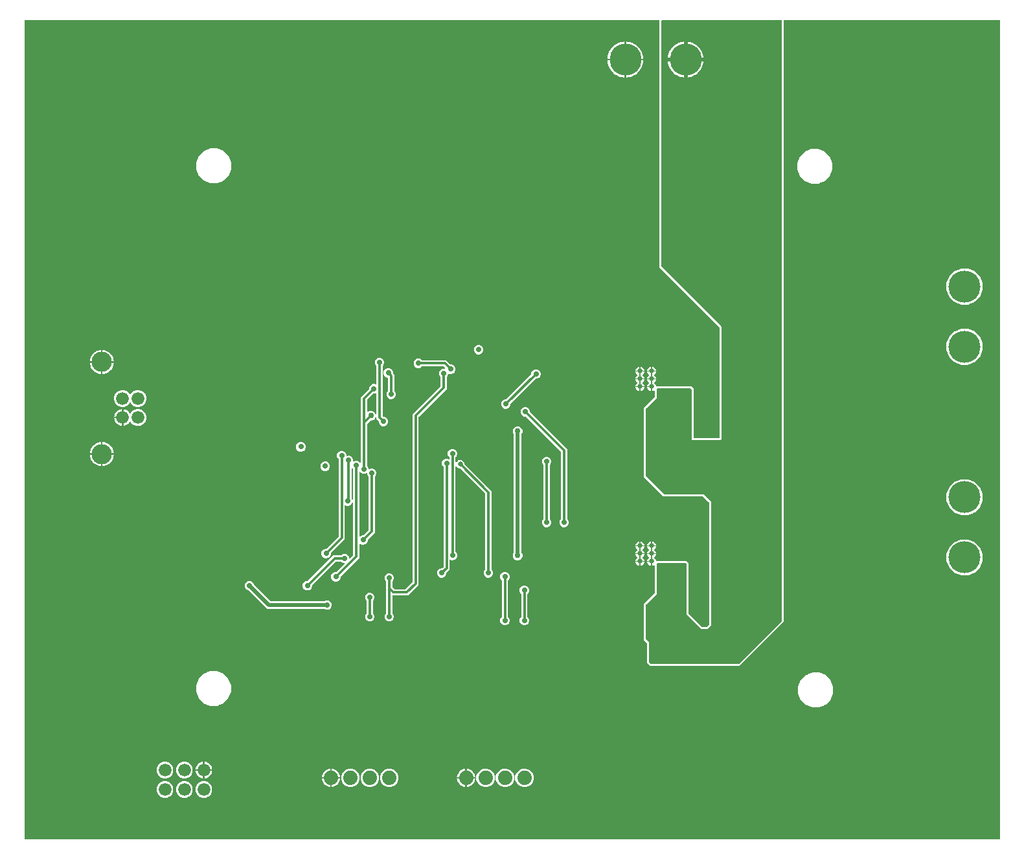
<source format=gbr>
G04 EAGLE Gerber RS-274X export*
G75*
%MOMM*%
%FSLAX34Y34*%
%LPD*%
%INBottom Copper*%
%IPPOS*%
%AMOC8*
5,1,8,0,0,1.08239X$1,22.5*%
G01*
%ADD10C,1.879600*%
%ADD11C,1.676400*%
%ADD12C,2.641600*%
%ADD13C,0.655600*%
%ADD14C,4.191000*%
%ADD15C,0.736600*%
%ADD16C,0.705600*%
%ADD17C,0.304800*%
%ADD18C,0.755600*%
%ADD19C,0.508000*%

G36*
X1281689Y6860D02*
X1281689Y6860D01*
X1281694Y6859D01*
X1281787Y6880D01*
X1281881Y6898D01*
X1281885Y6901D01*
X1281890Y6902D01*
X1281968Y6958D01*
X1282046Y7011D01*
X1282049Y7015D01*
X1282053Y7018D01*
X1282104Y7100D01*
X1282156Y7179D01*
X1282156Y7184D01*
X1282159Y7189D01*
X1282191Y7366D01*
X1282191Y1078484D01*
X1282190Y1078489D01*
X1282191Y1078494D01*
X1282170Y1078587D01*
X1282152Y1078681D01*
X1282149Y1078685D01*
X1282148Y1078690D01*
X1282092Y1078768D01*
X1282039Y1078846D01*
X1282035Y1078849D01*
X1282032Y1078853D01*
X1281950Y1078904D01*
X1281871Y1078956D01*
X1281866Y1078956D01*
X1281861Y1078959D01*
X1281684Y1078991D01*
X999998Y1078991D01*
X999993Y1078990D01*
X999988Y1078991D01*
X999895Y1078970D01*
X999801Y1078952D01*
X999797Y1078949D01*
X999792Y1078948D01*
X999714Y1078892D01*
X999636Y1078839D01*
X999633Y1078835D01*
X999629Y1078832D01*
X999578Y1078750D01*
X999526Y1078671D01*
X999526Y1078666D01*
X999523Y1078661D01*
X999491Y1078484D01*
X999491Y291792D01*
X941378Y233679D01*
X825192Y233679D01*
X820419Y238452D01*
X820419Y263641D01*
X820418Y263649D01*
X820419Y263657D01*
X820398Y263747D01*
X820380Y263838D01*
X820375Y263844D01*
X820373Y263852D01*
X820271Y264000D01*
X816609Y267662D01*
X816609Y315268D01*
X830431Y329090D01*
X830435Y329096D01*
X830441Y329101D01*
X830490Y329180D01*
X830542Y329257D01*
X830543Y329265D01*
X830547Y329271D01*
X830579Y329449D01*
X830579Y365438D01*
X830569Y365491D01*
X830568Y365545D01*
X830549Y365588D01*
X830540Y365635D01*
X830509Y365679D01*
X830488Y365728D01*
X830454Y365761D01*
X830427Y365800D01*
X830382Y365830D01*
X830343Y365867D01*
X830299Y365884D01*
X830259Y365910D01*
X830206Y365919D01*
X830156Y365938D01*
X830108Y365937D01*
X830062Y365945D01*
X830009Y365934D01*
X829955Y365932D01*
X829907Y365911D01*
X829866Y365902D01*
X829834Y365879D01*
X829790Y365860D01*
X829526Y365683D01*
X828950Y365445D01*
X828467Y365245D01*
X827519Y365056D01*
X827519Y370598D01*
X827518Y370603D01*
X827519Y370608D01*
X827498Y370701D01*
X827480Y370794D01*
X827477Y370799D01*
X827476Y370804D01*
X827449Y370842D01*
X827484Y370895D01*
X827484Y370900D01*
X827487Y370905D01*
X827519Y371082D01*
X827519Y380251D01*
X832554Y380251D01*
X832365Y379303D01*
X831927Y378244D01*
X831290Y377291D01*
X830479Y376480D01*
X830272Y376342D01*
X830269Y376339D01*
X830265Y376337D01*
X830198Y376268D01*
X830131Y376200D01*
X830129Y376196D01*
X830126Y376193D01*
X830091Y376102D01*
X830055Y376014D01*
X830055Y376010D01*
X830054Y376006D01*
X830057Y375909D01*
X830058Y375814D01*
X830059Y375810D01*
X830059Y375806D01*
X830099Y375718D01*
X830138Y375630D01*
X830141Y375627D01*
X830142Y375623D01*
X830272Y375498D01*
X830479Y375360D01*
X831290Y374549D01*
X831927Y373596D01*
X832365Y372537D01*
X832589Y371413D01*
X832589Y371348D01*
X832590Y371343D01*
X832589Y371338D01*
X832610Y371245D01*
X832628Y371151D01*
X832631Y371147D01*
X832632Y371142D01*
X832688Y371064D01*
X832741Y370986D01*
X832745Y370983D01*
X832748Y370979D01*
X832830Y370928D01*
X832909Y370876D01*
X832914Y370876D01*
X832919Y370873D01*
X833096Y370841D01*
X872798Y370841D01*
X875031Y368608D01*
X875031Y302779D01*
X875032Y302771D01*
X875031Y302763D01*
X875052Y302673D01*
X875070Y302582D01*
X875075Y302576D01*
X875077Y302568D01*
X875179Y302420D01*
X892970Y284629D01*
X892976Y284625D01*
X892981Y284619D01*
X893060Y284570D01*
X893137Y284518D01*
X893145Y284517D01*
X893151Y284513D01*
X893329Y284481D01*
X898641Y284481D01*
X898649Y284482D01*
X898657Y284481D01*
X898747Y284502D01*
X898838Y284520D01*
X898844Y284525D01*
X898852Y284527D01*
X899000Y284629D01*
X901551Y287180D01*
X901555Y287186D01*
X901561Y287191D01*
X901610Y287270D01*
X901662Y287347D01*
X901663Y287355D01*
X901667Y287361D01*
X901699Y287539D01*
X901699Y447791D01*
X901698Y447799D01*
X901699Y447807D01*
X901678Y447897D01*
X901660Y447988D01*
X901655Y447994D01*
X901653Y448002D01*
X901551Y448150D01*
X893920Y455781D01*
X893914Y455785D01*
X893909Y455791D01*
X893830Y455840D01*
X893753Y455892D01*
X893745Y455893D01*
X893739Y455897D01*
X893561Y455929D01*
X841702Y455929D01*
X816609Y481022D01*
X816609Y571808D01*
X830431Y585630D01*
X830435Y585636D01*
X830441Y585641D01*
X830490Y585720D01*
X830542Y585797D01*
X830543Y585805D01*
X830547Y585811D01*
X830579Y585989D01*
X830579Y594038D01*
X830569Y594091D01*
X830568Y594145D01*
X830549Y594188D01*
X830540Y594235D01*
X830509Y594279D01*
X830488Y594329D01*
X830454Y594361D01*
X830427Y594400D01*
X830382Y594430D01*
X830343Y594467D01*
X830299Y594484D01*
X830259Y594510D01*
X830206Y594519D01*
X830156Y594538D01*
X830108Y594537D01*
X830062Y594545D01*
X830009Y594534D01*
X829955Y594532D01*
X829907Y594511D01*
X829866Y594502D01*
X829834Y594479D01*
X829790Y594460D01*
X829526Y594283D01*
X829360Y594215D01*
X828467Y593845D01*
X827519Y593656D01*
X827519Y599198D01*
X827518Y599203D01*
X827519Y599208D01*
X827498Y599301D01*
X827480Y599394D01*
X827477Y599399D01*
X827476Y599404D01*
X827449Y599442D01*
X827484Y599495D01*
X827484Y599500D01*
X827487Y599505D01*
X827519Y599682D01*
X827519Y608851D01*
X832554Y608851D01*
X832365Y607903D01*
X831927Y606844D01*
X831290Y605891D01*
X830479Y605080D01*
X830272Y604942D01*
X830269Y604939D01*
X830265Y604937D01*
X830198Y604868D01*
X830130Y604800D01*
X830129Y604796D01*
X830126Y604793D01*
X830091Y604702D01*
X830055Y604614D01*
X830055Y604610D01*
X830054Y604606D01*
X830057Y604509D01*
X830058Y604413D01*
X830059Y604410D01*
X830059Y604406D01*
X830100Y604317D01*
X830138Y604230D01*
X830141Y604227D01*
X830142Y604223D01*
X830272Y604098D01*
X830479Y603960D01*
X831290Y603149D01*
X831927Y602196D01*
X832365Y601137D01*
X832589Y600013D01*
X832589Y599948D01*
X832590Y599943D01*
X832589Y599938D01*
X832610Y599844D01*
X832628Y599751D01*
X832631Y599747D01*
X832632Y599742D01*
X832688Y599664D01*
X832741Y599586D01*
X832745Y599583D01*
X832748Y599579D01*
X832830Y599528D01*
X832909Y599476D01*
X832914Y599476D01*
X832919Y599473D01*
X833096Y599441D01*
X879148Y599441D01*
X881381Y597208D01*
X881381Y532638D01*
X881382Y532633D01*
X881381Y532628D01*
X881402Y532535D01*
X881420Y532441D01*
X881423Y532437D01*
X881424Y532432D01*
X881480Y532354D01*
X881533Y532276D01*
X881537Y532273D01*
X881540Y532269D01*
X881622Y532218D01*
X881701Y532166D01*
X881706Y532166D01*
X881711Y532163D01*
X881888Y532131D01*
X915151Y532131D01*
X915160Y532132D01*
X915168Y532131D01*
X915258Y532152D01*
X915348Y532170D01*
X915355Y532175D01*
X915363Y532177D01*
X915511Y532280D01*
X915521Y532290D01*
X915525Y532297D01*
X915531Y532301D01*
X915581Y532380D01*
X915632Y532458D01*
X915633Y532465D01*
X915637Y532471D01*
X915669Y532649D01*
X915669Y676391D01*
X915668Y676399D01*
X915669Y676407D01*
X915648Y676497D01*
X915630Y676588D01*
X915625Y676594D01*
X915623Y676602D01*
X915521Y676750D01*
X836929Y755342D01*
X836929Y1078484D01*
X836928Y1078489D01*
X836929Y1078494D01*
X836908Y1078587D01*
X836890Y1078681D01*
X836887Y1078685D01*
X836886Y1078690D01*
X836830Y1078768D01*
X836777Y1078846D01*
X836773Y1078849D01*
X836770Y1078853D01*
X836688Y1078904D01*
X836609Y1078956D01*
X836604Y1078956D01*
X836599Y1078959D01*
X836422Y1078991D01*
X7366Y1078991D01*
X7361Y1078990D01*
X7356Y1078991D01*
X7263Y1078970D01*
X7169Y1078952D01*
X7165Y1078949D01*
X7160Y1078948D01*
X7082Y1078892D01*
X7004Y1078839D01*
X7001Y1078835D01*
X6997Y1078832D01*
X6946Y1078750D01*
X6894Y1078671D01*
X6894Y1078666D01*
X6891Y1078661D01*
X6859Y1078484D01*
X6859Y7366D01*
X6860Y7361D01*
X6859Y7356D01*
X6880Y7263D01*
X6898Y7169D01*
X6901Y7165D01*
X6902Y7160D01*
X6958Y7082D01*
X7011Y7004D01*
X7015Y7001D01*
X7018Y6997D01*
X7100Y6946D01*
X7179Y6894D01*
X7184Y6894D01*
X7189Y6891D01*
X7366Y6859D01*
X1281684Y6859D01*
X1281689Y6860D01*
G37*
G36*
X939898Y236233D02*
X939898Y236233D01*
X939997Y236236D01*
X940055Y236253D01*
X940116Y236261D01*
X940208Y236297D01*
X940303Y236325D01*
X940355Y236355D01*
X940411Y236378D01*
X940491Y236436D01*
X940577Y236486D01*
X940652Y236552D01*
X940669Y236564D01*
X940676Y236574D01*
X940698Y236593D01*
X996578Y292473D01*
X996638Y292551D01*
X996706Y292623D01*
X996735Y292676D01*
X996772Y292724D01*
X996812Y292815D01*
X996860Y292901D01*
X996875Y292960D01*
X996899Y293016D01*
X996914Y293114D01*
X996939Y293209D01*
X996945Y293309D01*
X996949Y293330D01*
X996947Y293342D01*
X996949Y293370D01*
X996949Y1077722D01*
X996934Y1077840D01*
X996927Y1077959D01*
X996914Y1077997D01*
X996909Y1078038D01*
X996866Y1078148D01*
X996829Y1078261D01*
X996807Y1078296D01*
X996792Y1078333D01*
X996722Y1078429D01*
X996659Y1078530D01*
X996629Y1078558D01*
X996606Y1078591D01*
X996514Y1078667D01*
X996427Y1078748D01*
X996392Y1078768D01*
X996361Y1078793D01*
X996253Y1078844D01*
X996149Y1078902D01*
X996109Y1078912D01*
X996073Y1078929D01*
X995956Y1078951D01*
X995841Y1078981D01*
X995780Y1078985D01*
X995760Y1078989D01*
X995740Y1078987D01*
X995680Y1078991D01*
X840740Y1078991D01*
X840622Y1078976D01*
X840503Y1078969D01*
X840465Y1078956D01*
X840424Y1078951D01*
X840314Y1078908D01*
X840201Y1078871D01*
X840166Y1078849D01*
X840129Y1078834D01*
X840033Y1078765D01*
X839932Y1078701D01*
X839904Y1078671D01*
X839871Y1078648D01*
X839796Y1078556D01*
X839714Y1078469D01*
X839694Y1078434D01*
X839669Y1078403D01*
X839618Y1078295D01*
X839560Y1078191D01*
X839550Y1078151D01*
X839533Y1078115D01*
X839511Y1077998D01*
X839481Y1077883D01*
X839477Y1077823D01*
X839473Y1077803D01*
X839475Y1077782D01*
X839471Y1077722D01*
X839471Y756920D01*
X839483Y756822D01*
X839486Y756723D01*
X839503Y756665D01*
X839511Y756604D01*
X839547Y756512D01*
X839575Y756417D01*
X839605Y756365D01*
X839628Y756309D01*
X839686Y756229D01*
X839736Y756143D01*
X839802Y756068D01*
X839814Y756051D01*
X839824Y756044D01*
X839843Y756023D01*
X918211Y677654D01*
X918211Y531386D01*
X916414Y529589D01*
X878839Y529589D01*
X878839Y595630D01*
X878824Y595748D01*
X878817Y595867D01*
X878804Y595905D01*
X878799Y595946D01*
X878756Y596056D01*
X878719Y596169D01*
X878697Y596204D01*
X878682Y596241D01*
X878613Y596337D01*
X878549Y596438D01*
X878519Y596466D01*
X878496Y596499D01*
X878404Y596575D01*
X878317Y596656D01*
X878282Y596676D01*
X878251Y596701D01*
X878143Y596752D01*
X878039Y596810D01*
X877999Y596820D01*
X877963Y596837D01*
X877846Y596859D01*
X877731Y596889D01*
X877671Y596893D01*
X877651Y596897D01*
X877630Y596895D01*
X877570Y596899D01*
X834390Y596899D01*
X834272Y596884D01*
X834153Y596877D01*
X834115Y596864D01*
X834074Y596859D01*
X833964Y596816D01*
X833851Y596779D01*
X833816Y596757D01*
X833779Y596742D01*
X833683Y596673D01*
X833582Y596609D01*
X833554Y596579D01*
X833521Y596556D01*
X833446Y596464D01*
X833364Y596377D01*
X833344Y596342D01*
X833319Y596311D01*
X833268Y596203D01*
X833210Y596099D01*
X833200Y596059D01*
X833183Y596023D01*
X833161Y595906D01*
X833131Y595791D01*
X833127Y595731D01*
X833123Y595711D01*
X833125Y595690D01*
X833121Y595630D01*
X833121Y584726D01*
X819523Y571128D01*
X819462Y571049D01*
X819394Y570977D01*
X819365Y570924D01*
X819328Y570876D01*
X819288Y570785D01*
X819240Y570699D01*
X819225Y570640D01*
X819201Y570584D01*
X819186Y570486D01*
X819161Y570391D01*
X819155Y570291D01*
X819151Y570270D01*
X819153Y570258D01*
X819151Y570230D01*
X819151Y482600D01*
X819163Y482502D01*
X819166Y482403D01*
X819183Y482345D01*
X819191Y482284D01*
X819227Y482192D01*
X819255Y482097D01*
X819285Y482045D01*
X819308Y481989D01*
X819366Y481909D01*
X819416Y481823D01*
X819482Y481748D01*
X819494Y481731D01*
X819504Y481724D01*
X819523Y481703D01*
X842383Y458843D01*
X842461Y458782D01*
X842533Y458714D01*
X842586Y458685D01*
X842634Y458648D01*
X842725Y458608D01*
X842811Y458560D01*
X842870Y458545D01*
X842926Y458521D01*
X843024Y458506D01*
X843119Y458481D01*
X843219Y458475D01*
X843240Y458471D01*
X843252Y458473D01*
X843280Y458471D01*
X894824Y458471D01*
X904241Y449054D01*
X904241Y286276D01*
X899904Y281939D01*
X892066Y281939D01*
X872489Y301516D01*
X872489Y367030D01*
X872474Y367148D01*
X872467Y367267D01*
X872454Y367305D01*
X872449Y367346D01*
X872406Y367456D01*
X872369Y367569D01*
X872347Y367604D01*
X872332Y367641D01*
X872263Y367737D01*
X872199Y367838D01*
X872169Y367866D01*
X872146Y367899D01*
X872054Y367975D01*
X871967Y368056D01*
X871932Y368076D01*
X871901Y368101D01*
X871793Y368152D01*
X871689Y368210D01*
X871649Y368220D01*
X871613Y368237D01*
X871496Y368259D01*
X871381Y368289D01*
X871321Y368293D01*
X871301Y368297D01*
X871280Y368295D01*
X871220Y368299D01*
X834390Y368299D01*
X834272Y368284D01*
X834153Y368277D01*
X834115Y368264D01*
X834074Y368259D01*
X833964Y368216D01*
X833851Y368179D01*
X833816Y368157D01*
X833779Y368142D01*
X833683Y368073D01*
X833582Y368009D01*
X833554Y367979D01*
X833521Y367956D01*
X833446Y367864D01*
X833364Y367777D01*
X833344Y367742D01*
X833319Y367711D01*
X833268Y367603D01*
X833210Y367499D01*
X833200Y367459D01*
X833183Y367423D01*
X833161Y367306D01*
X833131Y367191D01*
X833127Y367131D01*
X833123Y367111D01*
X833125Y367090D01*
X833121Y367030D01*
X833121Y328186D01*
X819523Y314588D01*
X819462Y314509D01*
X819394Y314437D01*
X819365Y314384D01*
X819328Y314336D01*
X819288Y314245D01*
X819240Y314159D01*
X819225Y314100D01*
X819201Y314044D01*
X819186Y313946D01*
X819161Y313851D01*
X819155Y313751D01*
X819151Y313730D01*
X819153Y313718D01*
X819151Y313690D01*
X819151Y269240D01*
X819163Y269142D01*
X819166Y269043D01*
X819183Y268985D01*
X819191Y268924D01*
X819227Y268832D01*
X819255Y268737D01*
X819285Y268685D01*
X819308Y268629D01*
X819366Y268549D01*
X819416Y268463D01*
X819459Y268414D01*
X819460Y268413D01*
X819462Y268411D01*
X819482Y268388D01*
X819494Y268371D01*
X819504Y268364D01*
X819523Y268343D01*
X822961Y264904D01*
X822961Y240030D01*
X822973Y239932D01*
X822976Y239833D01*
X822984Y239807D01*
X822985Y239792D01*
X822995Y239760D01*
X823001Y239714D01*
X823037Y239622D01*
X823065Y239527D01*
X823077Y239506D01*
X823083Y239489D01*
X823102Y239459D01*
X823118Y239419D01*
X823176Y239339D01*
X823226Y239253D01*
X823247Y239230D01*
X823253Y239220D01*
X823267Y239207D01*
X823292Y239178D01*
X823304Y239161D01*
X823314Y239154D01*
X823333Y239133D01*
X825873Y236593D01*
X825951Y236532D01*
X826023Y236464D01*
X826076Y236435D01*
X826124Y236398D01*
X826215Y236358D01*
X826301Y236310D01*
X826360Y236295D01*
X826416Y236271D01*
X826514Y236256D01*
X826609Y236231D01*
X826709Y236225D01*
X826730Y236221D01*
X826742Y236223D01*
X826770Y236221D01*
X939800Y236221D01*
X939898Y236233D01*
G37*
%LPC*%
G36*
X375571Y332866D02*
X375571Y332866D01*
X373284Y333814D01*
X371533Y335565D01*
X370585Y337852D01*
X370585Y340328D01*
X371533Y342615D01*
X373284Y344366D01*
X374154Y344727D01*
X375379Y345234D01*
X375571Y345314D01*
X377074Y345314D01*
X377082Y345315D01*
X377090Y345314D01*
X377180Y345335D01*
X377271Y345353D01*
X377277Y345358D01*
X377285Y345360D01*
X377433Y345462D01*
X410685Y378715D01*
X420503Y378715D01*
X420511Y378716D01*
X420518Y378715D01*
X420608Y378736D01*
X420699Y378754D01*
X420706Y378759D01*
X420714Y378761D01*
X420862Y378863D01*
X421925Y379926D01*
X422668Y380234D01*
X423893Y380742D01*
X424212Y380874D01*
X426688Y380874D01*
X428975Y379926D01*
X430726Y378175D01*
X431674Y375888D01*
X431674Y375147D01*
X431674Y375144D01*
X431674Y375142D01*
X431694Y375047D01*
X431713Y374950D01*
X431715Y374948D01*
X431715Y374945D01*
X431771Y374865D01*
X431826Y374784D01*
X431828Y374783D01*
X431830Y374781D01*
X431913Y374728D01*
X431994Y374675D01*
X431997Y374675D01*
X431999Y374673D01*
X432095Y374657D01*
X432191Y374640D01*
X432194Y374640D01*
X432196Y374640D01*
X432290Y374662D01*
X432387Y374683D01*
X432389Y374685D01*
X432392Y374685D01*
X432540Y374788D01*
X436477Y378725D01*
X436481Y378732D01*
X436487Y378736D01*
X436536Y378815D01*
X436588Y378892D01*
X436589Y378900D01*
X436593Y378906D01*
X436625Y379084D01*
X436625Y491842D01*
X436624Y491850D01*
X436625Y491858D01*
X436604Y491947D01*
X436586Y492039D01*
X436581Y492045D01*
X436579Y492053D01*
X436477Y492201D01*
X435497Y493180D01*
X435459Y493237D01*
X435458Y493238D01*
X435457Y493239D01*
X435375Y493292D01*
X435292Y493347D01*
X435290Y493348D01*
X435289Y493348D01*
X435190Y493366D01*
X435095Y493384D01*
X435093Y493384D01*
X435092Y493384D01*
X434993Y493362D01*
X434899Y493342D01*
X434898Y493341D01*
X434896Y493340D01*
X434816Y493283D01*
X434735Y493227D01*
X434734Y493225D01*
X434733Y493224D01*
X434681Y493141D01*
X434628Y493057D01*
X434628Y493055D01*
X434627Y493054D01*
X434595Y492877D01*
X434595Y452660D01*
X434597Y452651D01*
X434595Y452642D01*
X434633Y452466D01*
X435329Y450787D01*
X435329Y448373D01*
X434405Y446142D01*
X432698Y444435D01*
X431813Y444069D01*
X430588Y443561D01*
X430467Y443511D01*
X428053Y443511D01*
X426406Y444193D01*
X426402Y444194D01*
X426399Y444196D01*
X426304Y444213D01*
X426209Y444232D01*
X426206Y444231D01*
X426202Y444232D01*
X426107Y444211D01*
X426013Y444191D01*
X426010Y444189D01*
X426006Y444188D01*
X425927Y444132D01*
X425848Y444078D01*
X425846Y444075D01*
X425843Y444072D01*
X425792Y443990D01*
X425739Y443909D01*
X425739Y443905D01*
X425737Y443902D01*
X425705Y443725D01*
X425705Y399636D01*
X407537Y381469D01*
X407533Y381462D01*
X407527Y381458D01*
X407478Y381379D01*
X407426Y381302D01*
X407425Y381294D01*
X407421Y381288D01*
X407389Y381110D01*
X407389Y379793D01*
X406465Y377562D01*
X404758Y375855D01*
X404117Y375590D01*
X402893Y375083D01*
X402892Y375083D01*
X402527Y374931D01*
X400113Y374931D01*
X397882Y375855D01*
X396175Y377562D01*
X395251Y379793D01*
X395251Y382207D01*
X396175Y384438D01*
X397882Y386145D01*
X398308Y386321D01*
X398309Y386321D01*
X399533Y386829D01*
X400113Y387069D01*
X401430Y387069D01*
X401438Y387070D01*
X401446Y387069D01*
X401536Y387090D01*
X401627Y387108D01*
X401633Y387113D01*
X401641Y387115D01*
X401789Y387217D01*
X417427Y402855D01*
X417431Y402862D01*
X417437Y402866D01*
X417486Y402945D01*
X417538Y403022D01*
X417539Y403030D01*
X417543Y403036D01*
X417575Y403214D01*
X417575Y504542D01*
X417574Y504550D01*
X417575Y504558D01*
X417554Y504648D01*
X417536Y504739D01*
X417531Y504745D01*
X417529Y504753D01*
X417427Y504901D01*
X416495Y505832D01*
X415571Y508063D01*
X415571Y510477D01*
X416495Y512708D01*
X418202Y514415D01*
X418783Y514656D01*
X418784Y514656D01*
X420008Y515163D01*
X420433Y515339D01*
X422847Y515339D01*
X425078Y514415D01*
X426785Y512708D01*
X427709Y510477D01*
X427709Y509079D01*
X427710Y509075D01*
X427709Y509072D01*
X427729Y508978D01*
X427748Y508883D01*
X427751Y508879D01*
X427751Y508876D01*
X427807Y508797D01*
X427861Y508717D01*
X427864Y508715D01*
X427867Y508712D01*
X427949Y508660D01*
X428029Y508608D01*
X428033Y508607D01*
X428036Y508605D01*
X428132Y508589D01*
X428226Y508572D01*
X428230Y508573D01*
X428234Y508572D01*
X428410Y508611D01*
X429323Y508989D01*
X431737Y508989D01*
X433968Y508065D01*
X435675Y506358D01*
X436599Y504127D01*
X436599Y502203D01*
X436600Y502199D01*
X436599Y502195D01*
X436619Y502102D01*
X436638Y502007D01*
X436641Y502003D01*
X436641Y502000D01*
X436697Y501921D01*
X436751Y501841D01*
X436754Y501839D01*
X436757Y501836D01*
X436839Y501784D01*
X436919Y501732D01*
X436923Y501731D01*
X436926Y501729D01*
X437022Y501713D01*
X437116Y501696D01*
X437120Y501697D01*
X437124Y501696D01*
X437300Y501735D01*
X437879Y501974D01*
X439103Y502482D01*
X439104Y502482D01*
X439483Y502639D01*
X441897Y502639D01*
X444128Y501715D01*
X445883Y499960D01*
X445921Y499903D01*
X445922Y499902D01*
X445923Y499901D01*
X446005Y499848D01*
X446088Y499793D01*
X446090Y499792D01*
X446091Y499792D01*
X446190Y499774D01*
X446285Y499756D01*
X446287Y499756D01*
X446288Y499756D01*
X446387Y499778D01*
X446481Y499798D01*
X446482Y499799D01*
X446484Y499800D01*
X446564Y499857D01*
X446645Y499913D01*
X446646Y499915D01*
X446647Y499916D01*
X446699Y499999D01*
X446752Y500083D01*
X446752Y500085D01*
X446753Y500086D01*
X446785Y500263D01*
X446785Y585630D01*
X457178Y596022D01*
X457182Y596029D01*
X457188Y596033D01*
X457237Y596112D01*
X457289Y596189D01*
X457290Y596197D01*
X457294Y596203D01*
X457326Y596381D01*
X457326Y597884D01*
X458274Y600171D01*
X460025Y601922D01*
X461202Y602410D01*
X462312Y602870D01*
X464788Y602870D01*
X466404Y602200D01*
X466408Y602200D01*
X466411Y602197D01*
X466506Y602180D01*
X466601Y602162D01*
X466604Y602163D01*
X466608Y602162D01*
X466702Y602183D01*
X466797Y602202D01*
X466800Y602205D01*
X466804Y602205D01*
X466883Y602262D01*
X466962Y602316D01*
X466964Y602319D01*
X466967Y602321D01*
X467019Y602404D01*
X467071Y602484D01*
X467071Y602488D01*
X467073Y602492D01*
X467105Y602669D01*
X467105Y626462D01*
X467104Y626470D01*
X467105Y626478D01*
X467084Y626567D01*
X467066Y626659D01*
X467061Y626665D01*
X467059Y626673D01*
X466957Y626821D01*
X466025Y627752D01*
X465101Y629983D01*
X465101Y632397D01*
X466025Y634628D01*
X467732Y636335D01*
X467879Y636396D01*
X469104Y636903D01*
X469963Y637259D01*
X472377Y637259D01*
X474608Y636335D01*
X476315Y634628D01*
X477239Y632397D01*
X477239Y629983D01*
X476315Y627752D01*
X475383Y626821D01*
X475379Y626814D01*
X475373Y626810D01*
X475324Y626731D01*
X475272Y626654D01*
X475271Y626646D01*
X475267Y626639D01*
X475235Y626462D01*
X475235Y560694D01*
X475236Y560686D01*
X475235Y560678D01*
X475256Y560588D01*
X475274Y560497D01*
X475279Y560491D01*
X475281Y560483D01*
X475383Y560335D01*
X475781Y559937D01*
X475788Y559933D01*
X475792Y559927D01*
X475871Y559877D01*
X475948Y559826D01*
X475956Y559825D01*
X475962Y559821D01*
X476140Y559789D01*
X477457Y559789D01*
X479688Y558865D01*
X481395Y557158D01*
X482319Y554927D01*
X482319Y552513D01*
X481395Y550282D01*
X479688Y548575D01*
X479656Y548562D01*
X478432Y548055D01*
X477457Y547651D01*
X475043Y547651D01*
X472812Y548575D01*
X471105Y550282D01*
X470181Y552513D01*
X470181Y553830D01*
X470180Y553838D01*
X470181Y553846D01*
X470160Y553936D01*
X470142Y554027D01*
X470137Y554033D01*
X470135Y554041D01*
X470033Y554189D01*
X467105Y557116D01*
X467105Y590623D01*
X467104Y590627D01*
X467105Y590631D01*
X467085Y590725D01*
X467066Y590819D01*
X467063Y590823D01*
X467063Y590827D01*
X467007Y590906D01*
X466953Y590985D01*
X466950Y590987D01*
X466947Y590991D01*
X466865Y591042D01*
X466785Y591095D01*
X466781Y591095D01*
X466778Y591097D01*
X466682Y591113D01*
X466588Y591130D01*
X466584Y591129D01*
X466580Y591130D01*
X466404Y591092D01*
X465371Y590664D01*
X464788Y590422D01*
X463285Y590422D01*
X463277Y590421D01*
X463269Y590422D01*
X463179Y590401D01*
X463088Y590383D01*
X463082Y590378D01*
X463074Y590376D01*
X462926Y590274D01*
X455063Y582411D01*
X455059Y582404D01*
X455053Y582400D01*
X455004Y582321D01*
X454952Y582244D01*
X454951Y582236D01*
X454947Y582230D01*
X454915Y582052D01*
X454915Y566675D01*
X454915Y566673D01*
X454915Y566670D01*
X454935Y566575D01*
X454954Y566479D01*
X454956Y566477D01*
X454956Y566474D01*
X455012Y566394D01*
X455067Y566313D01*
X455069Y566312D01*
X455071Y566309D01*
X455154Y566257D01*
X455235Y566204D01*
X455238Y566203D01*
X455240Y566202D01*
X455336Y566186D01*
X455432Y566168D01*
X455435Y566169D01*
X455437Y566168D01*
X455532Y566190D01*
X455628Y566212D01*
X455630Y566213D01*
X455633Y566214D01*
X455781Y566317D01*
X456161Y566697D01*
X456657Y566902D01*
X457882Y567410D01*
X458483Y567659D01*
X460997Y567659D01*
X463319Y566697D01*
X465097Y564919D01*
X466059Y562597D01*
X466059Y560083D01*
X465097Y557761D01*
X463319Y555983D01*
X462548Y555664D01*
X461323Y555156D01*
X460997Y555021D01*
X459380Y555021D01*
X459372Y555020D01*
X459364Y555021D01*
X459274Y555000D01*
X459183Y554982D01*
X459177Y554977D01*
X459169Y554975D01*
X459021Y554873D01*
X455063Y550915D01*
X455059Y550908D01*
X455053Y550904D01*
X455004Y550825D01*
X454952Y550748D01*
X454951Y550740D01*
X454947Y550734D01*
X454915Y550556D01*
X454915Y496218D01*
X454916Y496210D01*
X454915Y496202D01*
X454936Y496113D01*
X454954Y496021D01*
X454959Y496015D01*
X454961Y496007D01*
X455063Y495859D01*
X455995Y494928D01*
X456919Y492697D01*
X456919Y492043D01*
X456920Y492039D01*
X456919Y492035D01*
X456939Y491942D01*
X456958Y491847D01*
X456961Y491843D01*
X456961Y491840D01*
X457017Y491761D01*
X457071Y491681D01*
X457074Y491679D01*
X457077Y491676D01*
X457159Y491624D01*
X457239Y491572D01*
X457243Y491571D01*
X457246Y491569D01*
X457342Y491553D01*
X457436Y491536D01*
X457440Y491537D01*
X457444Y491536D01*
X457620Y491575D01*
X458235Y491829D01*
X459460Y492337D01*
X459803Y492479D01*
X462217Y492479D01*
X464448Y491555D01*
X466155Y489848D01*
X467079Y487617D01*
X467079Y485203D01*
X466155Y482972D01*
X465223Y482041D01*
X465219Y482034D01*
X465213Y482030D01*
X465164Y481951D01*
X465112Y481874D01*
X465111Y481866D01*
X465107Y481859D01*
X465075Y481682D01*
X465075Y408526D01*
X455797Y399249D01*
X455793Y399242D01*
X455787Y399238D01*
X455738Y399159D01*
X455686Y399082D01*
X455685Y399074D01*
X455681Y399068D01*
X455649Y398890D01*
X455649Y397573D01*
X454725Y395342D01*
X453018Y393635D01*
X452314Y393344D01*
X451089Y392836D01*
X450787Y392711D01*
X448373Y392711D01*
X446142Y393635D01*
X445621Y394157D01*
X445618Y394158D01*
X445617Y394160D01*
X445536Y394213D01*
X445454Y394268D01*
X445451Y394268D01*
X445449Y394270D01*
X445353Y394287D01*
X445257Y394305D01*
X445254Y394305D01*
X445252Y394305D01*
X445155Y394284D01*
X445061Y394264D01*
X445059Y394262D01*
X445056Y394262D01*
X444976Y394205D01*
X444896Y394149D01*
X444895Y394147D01*
X444893Y394146D01*
X444841Y394063D01*
X444789Y393980D01*
X444788Y393978D01*
X444787Y393975D01*
X444755Y393798D01*
X444755Y375506D01*
X420237Y350989D01*
X420233Y350982D01*
X420227Y350978D01*
X420178Y350899D01*
X420126Y350822D01*
X420125Y350814D01*
X420121Y350808D01*
X420089Y350630D01*
X420089Y349313D01*
X419165Y347082D01*
X417458Y345375D01*
X416926Y345155D01*
X415701Y344648D01*
X415227Y344451D01*
X412813Y344451D01*
X410582Y345375D01*
X408875Y347082D01*
X407951Y349313D01*
X407951Y351727D01*
X408875Y353958D01*
X410582Y355665D01*
X411117Y355886D01*
X412342Y356394D01*
X412813Y356589D01*
X414130Y356589D01*
X414138Y356590D01*
X414146Y356589D01*
X414236Y356610D01*
X414327Y356628D01*
X414333Y356633D01*
X414341Y356635D01*
X414489Y356737D01*
X425312Y367560D01*
X425313Y367563D01*
X425316Y367564D01*
X425368Y367645D01*
X425423Y367727D01*
X425423Y367730D01*
X425425Y367732D01*
X425442Y367828D01*
X425460Y367924D01*
X425460Y367927D01*
X425460Y367929D01*
X425439Y368026D01*
X425419Y368120D01*
X425417Y368122D01*
X425417Y368125D01*
X425360Y368205D01*
X425305Y368285D01*
X425302Y368286D01*
X425301Y368288D01*
X425218Y368340D01*
X425135Y368392D01*
X425133Y368393D01*
X425131Y368394D01*
X424953Y368426D01*
X424212Y368426D01*
X421925Y369374D01*
X420862Y370437D01*
X420855Y370441D01*
X420850Y370447D01*
X420772Y370496D01*
X420695Y370548D01*
X420687Y370549D01*
X420680Y370553D01*
X420503Y370585D01*
X414263Y370585D01*
X414255Y370584D01*
X414247Y370585D01*
X414157Y370564D01*
X414066Y370546D01*
X414060Y370541D01*
X414052Y370539D01*
X413904Y370437D01*
X383181Y339714D01*
X383177Y339707D01*
X383171Y339703D01*
X383122Y339624D01*
X383070Y339547D01*
X383069Y339539D01*
X383065Y339533D01*
X383033Y339355D01*
X383033Y337852D01*
X382085Y335565D01*
X380334Y333814D01*
X379548Y333488D01*
X378324Y332981D01*
X378047Y332866D01*
X375571Y332866D01*
G37*
%LPD*%
%LPC*%
G36*
X551243Y349531D02*
X551243Y349531D01*
X549012Y350455D01*
X547305Y352162D01*
X546381Y354393D01*
X546381Y356807D01*
X547305Y359038D01*
X549012Y360745D01*
X549529Y360959D01*
X550754Y361466D01*
X551243Y361669D01*
X552560Y361669D01*
X552568Y361670D01*
X552576Y361669D01*
X552666Y361690D01*
X552757Y361708D01*
X552763Y361713D01*
X552771Y361715D01*
X552919Y361817D01*
X554587Y363485D01*
X554591Y363492D01*
X554597Y363496D01*
X554646Y363575D01*
X554698Y363652D01*
X554699Y363660D01*
X554703Y363666D01*
X554735Y363844D01*
X554735Y494382D01*
X554734Y494390D01*
X554735Y494398D01*
X554714Y494487D01*
X554696Y494579D01*
X554691Y494585D01*
X554689Y494593D01*
X554587Y494741D01*
X553655Y495672D01*
X552731Y497903D01*
X552731Y500317D01*
X553655Y502548D01*
X555362Y504255D01*
X555980Y504511D01*
X557204Y505018D01*
X557205Y505018D01*
X557593Y505179D01*
X560007Y505179D01*
X561654Y504497D01*
X561658Y504496D01*
X561661Y504494D01*
X561756Y504477D01*
X561851Y504458D01*
X561854Y504459D01*
X561858Y504458D01*
X561953Y504479D01*
X562047Y504499D01*
X562050Y504501D01*
X562054Y504502D01*
X562133Y504558D01*
X562212Y504612D01*
X562214Y504615D01*
X562217Y504618D01*
X562268Y504700D01*
X562321Y504781D01*
X562321Y504785D01*
X562323Y504788D01*
X562355Y504965D01*
X562355Y507082D01*
X562354Y507090D01*
X562355Y507098D01*
X562334Y507187D01*
X562316Y507279D01*
X562311Y507285D01*
X562309Y507293D01*
X562207Y507441D01*
X561275Y508372D01*
X560351Y510603D01*
X560351Y513017D01*
X561275Y515248D01*
X562982Y516955D01*
X563554Y517192D01*
X563555Y517192D01*
X564779Y517699D01*
X565213Y517879D01*
X567627Y517879D01*
X569858Y516955D01*
X571565Y515248D01*
X572489Y513017D01*
X572489Y510603D01*
X571565Y508372D01*
X570633Y507441D01*
X570629Y507434D01*
X570623Y507430D01*
X570574Y507351D01*
X570522Y507274D01*
X570521Y507266D01*
X570517Y507259D01*
X570485Y507082D01*
X570485Y500880D01*
X570485Y500879D01*
X570485Y500877D01*
X570505Y500780D01*
X570524Y500683D01*
X570525Y500682D01*
X570525Y500681D01*
X570582Y500599D01*
X570637Y500518D01*
X570638Y500517D01*
X570639Y500516D01*
X570724Y500461D01*
X570805Y500408D01*
X570806Y500408D01*
X570807Y500407D01*
X570906Y500390D01*
X571002Y500373D01*
X571004Y500373D01*
X571005Y500373D01*
X571102Y500395D01*
X571198Y500416D01*
X571199Y500417D01*
X571200Y500417D01*
X571280Y500475D01*
X571361Y500532D01*
X571362Y500533D01*
X571363Y500534D01*
X571461Y500686D01*
X571647Y501136D01*
X573284Y502773D01*
X573805Y502989D01*
X575030Y503496D01*
X575423Y503659D01*
X577737Y503659D01*
X579876Y502773D01*
X581513Y501136D01*
X582399Y498997D01*
X582399Y497980D01*
X582400Y497972D01*
X582399Y497964D01*
X582420Y497874D01*
X582438Y497783D01*
X582443Y497777D01*
X582445Y497769D01*
X582547Y497621D01*
X617475Y462694D01*
X617475Y360328D01*
X617476Y360320D01*
X617475Y360312D01*
X617496Y360223D01*
X617514Y360131D01*
X617519Y360125D01*
X617521Y360117D01*
X617623Y359969D01*
X618555Y359038D01*
X619479Y356807D01*
X619479Y354393D01*
X618555Y352162D01*
X616848Y350455D01*
X616298Y350227D01*
X615073Y349720D01*
X614617Y349531D01*
X612203Y349531D01*
X609972Y350455D01*
X608265Y352162D01*
X607341Y354393D01*
X607341Y356807D01*
X608265Y359038D01*
X609197Y359969D01*
X609201Y359976D01*
X609207Y359980D01*
X609256Y360059D01*
X609308Y360136D01*
X609309Y360144D01*
X609313Y360151D01*
X609345Y360328D01*
X609345Y459116D01*
X609344Y459124D01*
X609345Y459132D01*
X609324Y459222D01*
X609306Y459313D01*
X609301Y459319D01*
X609299Y459327D01*
X609197Y459475D01*
X576799Y491873D01*
X576792Y491877D01*
X576788Y491883D01*
X576709Y491932D01*
X576632Y491984D01*
X576624Y491985D01*
X576618Y491989D01*
X576440Y492021D01*
X575423Y492021D01*
X573284Y492907D01*
X571647Y494544D01*
X571461Y494994D01*
X571460Y494995D01*
X571460Y494997D01*
X571404Y495078D01*
X571349Y495161D01*
X571348Y495161D01*
X571347Y495162D01*
X571267Y495215D01*
X571181Y495271D01*
X571180Y495271D01*
X571179Y495272D01*
X571083Y495289D01*
X570984Y495307D01*
X570983Y495307D01*
X570982Y495307D01*
X570882Y495285D01*
X570788Y495265D01*
X570787Y495264D01*
X570786Y495264D01*
X570704Y495206D01*
X570624Y495150D01*
X570624Y495148D01*
X570623Y495148D01*
X570570Y495063D01*
X570518Y494980D01*
X570517Y494979D01*
X570517Y494977D01*
X570485Y494800D01*
X570485Y383188D01*
X570486Y383180D01*
X570485Y383172D01*
X570506Y383083D01*
X570524Y382991D01*
X570529Y382985D01*
X570531Y382977D01*
X570633Y382829D01*
X571565Y381898D01*
X572489Y379667D01*
X572489Y377253D01*
X571565Y375022D01*
X569858Y373315D01*
X569226Y373054D01*
X568002Y372546D01*
X567627Y372391D01*
X565213Y372391D01*
X563566Y373073D01*
X563562Y373074D01*
X563559Y373076D01*
X563464Y373093D01*
X563369Y373112D01*
X563366Y373111D01*
X563362Y373112D01*
X563267Y373091D01*
X563173Y373071D01*
X563170Y373069D01*
X563166Y373068D01*
X563087Y373012D01*
X563008Y372958D01*
X563006Y372955D01*
X563003Y372952D01*
X562952Y372870D01*
X562899Y372789D01*
X562899Y372785D01*
X562897Y372782D01*
X562865Y372605D01*
X562865Y360266D01*
X558667Y356069D01*
X558663Y356062D01*
X558657Y356058D01*
X558608Y355979D01*
X558556Y355902D01*
X558555Y355894D01*
X558551Y355888D01*
X558519Y355710D01*
X558519Y354393D01*
X557595Y352162D01*
X555888Y350455D01*
X555338Y350227D01*
X554113Y349720D01*
X553657Y349531D01*
X551243Y349531D01*
G37*
%LPD*%
%LPC*%
G36*
X482663Y292381D02*
X482663Y292381D01*
X480432Y293305D01*
X478725Y295012D01*
X477801Y297243D01*
X477801Y299657D01*
X478725Y301888D01*
X479657Y302819D01*
X479661Y302826D01*
X479667Y302830D01*
X479716Y302909D01*
X479768Y302986D01*
X479769Y302994D01*
X479773Y303001D01*
X479805Y303178D01*
X479805Y344522D01*
X479804Y344530D01*
X479805Y344538D01*
X479784Y344627D01*
X479766Y344719D01*
X479761Y344725D01*
X479759Y344733D01*
X479657Y344881D01*
X478725Y345812D01*
X477801Y348043D01*
X477801Y350457D01*
X478725Y352688D01*
X480432Y354395D01*
X481584Y354872D01*
X482663Y355319D01*
X485077Y355319D01*
X487308Y354395D01*
X489015Y352688D01*
X489939Y350457D01*
X489939Y348043D01*
X489015Y345812D01*
X488083Y344881D01*
X488079Y344874D01*
X488073Y344870D01*
X488024Y344791D01*
X487972Y344714D01*
X487971Y344706D01*
X487967Y344699D01*
X487935Y344522D01*
X487935Y337174D01*
X487936Y337166D01*
X487935Y337158D01*
X487956Y337068D01*
X487974Y336977D01*
X487979Y336971D01*
X487981Y336963D01*
X488083Y336815D01*
X490485Y334413D01*
X490492Y334409D01*
X490496Y334403D01*
X490575Y334354D01*
X490652Y334302D01*
X490660Y334301D01*
X490666Y334297D01*
X490844Y334265D01*
X504836Y334265D01*
X504844Y334266D01*
X504852Y334265D01*
X504942Y334286D01*
X505033Y334304D01*
X505039Y334309D01*
X505047Y334311D01*
X505195Y334413D01*
X513947Y343165D01*
X513951Y343172D01*
X513957Y343176D01*
X514006Y343255D01*
X514058Y343332D01*
X514059Y343340D01*
X514063Y343346D01*
X514095Y343524D01*
X514095Y563024D01*
X550523Y599451D01*
X550527Y599458D01*
X550533Y599462D01*
X550582Y599541D01*
X550634Y599618D01*
X550635Y599626D01*
X550639Y599632D01*
X550671Y599810D01*
X550671Y612238D01*
X550670Y612246D01*
X550671Y612254D01*
X550650Y612343D01*
X550632Y612435D01*
X550627Y612441D01*
X550625Y612449D01*
X550523Y612597D01*
X549591Y613528D01*
X548667Y615759D01*
X548667Y618173D01*
X549591Y620404D01*
X551298Y622111D01*
X551496Y622193D01*
X552720Y622700D01*
X553529Y623035D01*
X555943Y623035D01*
X556069Y622983D01*
X556070Y622982D01*
X556071Y622982D01*
X556167Y622963D01*
X556265Y622944D01*
X556267Y622944D01*
X556268Y622944D01*
X556365Y622965D01*
X556462Y622985D01*
X556463Y622985D01*
X556464Y622986D01*
X556549Y623044D01*
X556627Y623098D01*
X556628Y623099D01*
X556629Y623100D01*
X556683Y623185D01*
X556735Y623267D01*
X556736Y623268D01*
X556736Y623269D01*
X556753Y623366D01*
X556770Y623464D01*
X556770Y623465D01*
X556770Y623467D01*
X556749Y623558D01*
X556725Y623660D01*
X556725Y623661D01*
X556724Y623662D01*
X556622Y623810D01*
X554725Y625707D01*
X554718Y625711D01*
X554714Y625717D01*
X554635Y625766D01*
X554558Y625818D01*
X554550Y625819D01*
X554544Y625823D01*
X554366Y625855D01*
X526917Y625855D01*
X526909Y625854D01*
X526902Y625855D01*
X526812Y625834D01*
X526721Y625816D01*
X526714Y625811D01*
X526706Y625809D01*
X526558Y625707D01*
X525495Y624644D01*
X524285Y624142D01*
X523208Y623696D01*
X520732Y623696D01*
X518445Y624644D01*
X516694Y626395D01*
X515746Y628682D01*
X515746Y631158D01*
X516694Y633445D01*
X518445Y635196D01*
X518891Y635381D01*
X520115Y635888D01*
X520732Y636144D01*
X523208Y636144D01*
X525495Y635196D01*
X526558Y634133D01*
X526565Y634129D01*
X526570Y634123D01*
X526648Y634074D01*
X526725Y634022D01*
X526733Y634021D01*
X526740Y634017D01*
X526917Y633985D01*
X557944Y633985D01*
X563256Y628672D01*
X563263Y628668D01*
X563267Y628662D01*
X563346Y628613D01*
X563423Y628561D01*
X563431Y628560D01*
X563437Y628556D01*
X563615Y628524D01*
X565118Y628524D01*
X567405Y627576D01*
X569156Y625825D01*
X570104Y623538D01*
X570104Y621062D01*
X569156Y618775D01*
X567405Y617024D01*
X566222Y616534D01*
X565118Y616076D01*
X562642Y616076D01*
X561506Y616547D01*
X561502Y616548D01*
X561499Y616550D01*
X561404Y616567D01*
X561309Y616585D01*
X561306Y616585D01*
X561302Y616585D01*
X561207Y616564D01*
X561113Y616545D01*
X561110Y616543D01*
X561106Y616542D01*
X561027Y616486D01*
X560948Y616431D01*
X560946Y616428D01*
X560943Y616426D01*
X560892Y616344D01*
X560839Y616263D01*
X560839Y616259D01*
X560837Y616255D01*
X560805Y616078D01*
X560805Y615759D01*
X559881Y613528D01*
X558949Y612597D01*
X558945Y612590D01*
X558939Y612586D01*
X558890Y612507D01*
X558838Y612430D01*
X558837Y612422D01*
X558833Y612415D01*
X558801Y612238D01*
X558801Y596232D01*
X522373Y559805D01*
X522369Y559798D01*
X522363Y559794D01*
X522314Y559715D01*
X522262Y559638D01*
X522261Y559630D01*
X522257Y559624D01*
X522225Y559446D01*
X522225Y339946D01*
X508414Y326135D01*
X488442Y326135D01*
X488437Y326134D01*
X488432Y326135D01*
X488339Y326114D01*
X488245Y326096D01*
X488241Y326093D01*
X488236Y326092D01*
X488158Y326036D01*
X488080Y325983D01*
X488077Y325979D01*
X488073Y325976D01*
X488022Y325894D01*
X487970Y325815D01*
X487970Y325810D01*
X487967Y325805D01*
X487935Y325628D01*
X487935Y303178D01*
X487936Y303170D01*
X487935Y303162D01*
X487956Y303073D01*
X487974Y302981D01*
X487979Y302975D01*
X487981Y302967D01*
X488083Y302819D01*
X489015Y301888D01*
X489939Y299657D01*
X489939Y297243D01*
X489015Y295012D01*
X487308Y293305D01*
X486349Y292908D01*
X485125Y292401D01*
X485124Y292401D01*
X485077Y292381D01*
X482663Y292381D01*
G37*
%LPD*%
%LPC*%
G36*
X650253Y372141D02*
X650253Y372141D01*
X647931Y373103D01*
X646153Y374881D01*
X645191Y377203D01*
X645191Y379717D01*
X646153Y382039D01*
X646281Y382167D01*
X646285Y382173D01*
X646291Y382178D01*
X646340Y382257D01*
X646392Y382334D01*
X646393Y382341D01*
X646397Y382348D01*
X646429Y382525D01*
X646429Y536955D01*
X646428Y536962D01*
X646429Y536970D01*
X646408Y537060D01*
X646390Y537151D01*
X646385Y537158D01*
X646383Y537165D01*
X646281Y537313D01*
X646153Y537441D01*
X645191Y539763D01*
X645191Y542277D01*
X646153Y544599D01*
X647931Y546377D01*
X648499Y546612D01*
X649724Y547120D01*
X650253Y547339D01*
X652767Y547339D01*
X655089Y546377D01*
X656867Y544599D01*
X657829Y542277D01*
X657829Y539763D01*
X656867Y537441D01*
X656739Y537313D01*
X656735Y537307D01*
X656729Y537302D01*
X656680Y537223D01*
X656628Y537146D01*
X656627Y537139D01*
X656623Y537132D01*
X656591Y536955D01*
X656591Y382525D01*
X656592Y382518D01*
X656591Y382510D01*
X656612Y382420D01*
X656630Y382329D01*
X656635Y382322D01*
X656637Y382315D01*
X656739Y382167D01*
X656867Y382039D01*
X657829Y379717D01*
X657829Y377203D01*
X656867Y374881D01*
X655089Y373103D01*
X654970Y373054D01*
X654969Y373054D01*
X653745Y372546D01*
X652767Y372141D01*
X650253Y372141D01*
G37*
%LPD*%
%LPC*%
G36*
X1231036Y628014D02*
X1231036Y628014D01*
X1222401Y631591D01*
X1215791Y638201D01*
X1212214Y646836D01*
X1212214Y656184D01*
X1215791Y664819D01*
X1222401Y671429D01*
X1223546Y671903D01*
X1224770Y672410D01*
X1224771Y672410D01*
X1225995Y672918D01*
X1227220Y673425D01*
X1228444Y673932D01*
X1229669Y674439D01*
X1230893Y674947D01*
X1230894Y674947D01*
X1231036Y675006D01*
X1240384Y675006D01*
X1249019Y671429D01*
X1255629Y664819D01*
X1259206Y656184D01*
X1259206Y646836D01*
X1255629Y638201D01*
X1249019Y631591D01*
X1248181Y631244D01*
X1248180Y631244D01*
X1246956Y630737D01*
X1245731Y630229D01*
X1244507Y629722D01*
X1243282Y629215D01*
X1242058Y628708D01*
X1242057Y628708D01*
X1240833Y628200D01*
X1240384Y628014D01*
X1231036Y628014D01*
G37*
%LPD*%
%LPC*%
G36*
X1231036Y431164D02*
X1231036Y431164D01*
X1222401Y434741D01*
X1215791Y441351D01*
X1212214Y449986D01*
X1212214Y459334D01*
X1215791Y467969D01*
X1222401Y474579D01*
X1222411Y474583D01*
X1223635Y475090D01*
X1224860Y475597D01*
X1226084Y476105D01*
X1226085Y476105D01*
X1227309Y476612D01*
X1228534Y477119D01*
X1229758Y477626D01*
X1230983Y478134D01*
X1231036Y478156D01*
X1240384Y478156D01*
X1249019Y474579D01*
X1255629Y467969D01*
X1259206Y459334D01*
X1259206Y449986D01*
X1255629Y441351D01*
X1249019Y434741D01*
X1248270Y434431D01*
X1247045Y433924D01*
X1245821Y433416D01*
X1244596Y432909D01*
X1243372Y432402D01*
X1243371Y432402D01*
X1242147Y431895D01*
X1240922Y431387D01*
X1240384Y431164D01*
X1231036Y431164D01*
G37*
%LPD*%
%LPC*%
G36*
X1231036Y706754D02*
X1231036Y706754D01*
X1222401Y710331D01*
X1215791Y716941D01*
X1212214Y725576D01*
X1212214Y734924D01*
X1215791Y743559D01*
X1222401Y750169D01*
X1223265Y750527D01*
X1224490Y751034D01*
X1225714Y751541D01*
X1225715Y751541D01*
X1226939Y752049D01*
X1228164Y752556D01*
X1229388Y753063D01*
X1230613Y753570D01*
X1231036Y753746D01*
X1240384Y753746D01*
X1249019Y750169D01*
X1255629Y743559D01*
X1259206Y734924D01*
X1259206Y725576D01*
X1255629Y716941D01*
X1249019Y710331D01*
X1247900Y709868D01*
X1246675Y709360D01*
X1245451Y708853D01*
X1244226Y708346D01*
X1243002Y707839D01*
X1243001Y707839D01*
X1241777Y707331D01*
X1240552Y706824D01*
X1240384Y706754D01*
X1231036Y706754D01*
G37*
%LPD*%
%LPC*%
G36*
X1231036Y352424D02*
X1231036Y352424D01*
X1222401Y356001D01*
X1215791Y362611D01*
X1212214Y371246D01*
X1212214Y380594D01*
X1215791Y389229D01*
X1222401Y395839D01*
X1222691Y395959D01*
X1223916Y396466D01*
X1225140Y396974D01*
X1225141Y396974D01*
X1226365Y397481D01*
X1227590Y397988D01*
X1228814Y398495D01*
X1230039Y399003D01*
X1231036Y399416D01*
X1240384Y399416D01*
X1249019Y395839D01*
X1255629Y389229D01*
X1259206Y380594D01*
X1259206Y371246D01*
X1255629Y362611D01*
X1249019Y356001D01*
X1248551Y355807D01*
X1248550Y355807D01*
X1247326Y355300D01*
X1246101Y354793D01*
X1244877Y354285D01*
X1243652Y353778D01*
X1242428Y353271D01*
X1242427Y353271D01*
X1241203Y352764D01*
X1240384Y352424D01*
X1231036Y352424D01*
G37*
%LPD*%
%LPC*%
G36*
X249453Y181609D02*
X249453Y181609D01*
X241050Y185090D01*
X234620Y191520D01*
X231139Y199923D01*
X231139Y209017D01*
X234620Y217420D01*
X241050Y223850D01*
X241415Y224001D01*
X242639Y224509D01*
X243864Y225016D01*
X245089Y225523D01*
X246313Y226030D01*
X247538Y226538D01*
X248762Y227045D01*
X248763Y227045D01*
X249453Y227331D01*
X258547Y227331D01*
X266950Y223850D01*
X273380Y217420D01*
X276861Y209017D01*
X276861Y199923D01*
X273380Y191520D01*
X266950Y185090D01*
X266405Y184864D01*
X265180Y184357D01*
X263956Y183849D01*
X263955Y183849D01*
X262731Y183342D01*
X261506Y182835D01*
X260282Y182328D01*
X260281Y182328D01*
X259057Y181820D01*
X258547Y181609D01*
X249453Y181609D01*
G37*
%LPD*%
%LPC*%
G36*
X1035583Y864869D02*
X1035583Y864869D01*
X1027180Y868350D01*
X1020750Y874780D01*
X1017269Y883183D01*
X1017269Y892277D01*
X1020750Y900680D01*
X1027180Y907110D01*
X1027559Y907267D01*
X1028783Y907774D01*
X1030008Y908282D01*
X1031232Y908789D01*
X1031233Y908789D01*
X1032457Y909296D01*
X1033682Y909803D01*
X1034906Y910311D01*
X1035583Y910591D01*
X1044677Y910591D01*
X1053080Y907110D01*
X1059510Y900680D01*
X1062991Y892277D01*
X1062991Y883183D01*
X1059510Y874780D01*
X1053080Y868350D01*
X1052549Y868130D01*
X1052548Y868130D01*
X1051324Y867622D01*
X1050099Y867115D01*
X1048875Y866608D01*
X1047650Y866101D01*
X1046426Y865593D01*
X1046425Y865593D01*
X1045201Y865086D01*
X1044677Y864869D01*
X1035583Y864869D01*
G37*
%LPD*%
%LPC*%
G36*
X1036599Y179577D02*
X1036599Y179577D01*
X1028196Y183058D01*
X1021766Y189488D01*
X1018285Y197891D01*
X1018285Y206985D01*
X1021766Y215388D01*
X1028196Y221818D01*
X1028568Y221972D01*
X1029793Y222480D01*
X1031017Y222987D01*
X1032242Y223494D01*
X1033466Y224001D01*
X1033467Y224001D01*
X1034691Y224509D01*
X1035916Y225016D01*
X1036599Y225299D01*
X1045693Y225299D01*
X1054096Y221818D01*
X1060526Y215388D01*
X1064007Y206985D01*
X1064007Y197891D01*
X1060526Y189488D01*
X1054096Y183058D01*
X1053558Y182835D01*
X1052333Y182328D01*
X1051109Y181820D01*
X1049884Y181313D01*
X1048660Y180806D01*
X1048659Y180806D01*
X1047435Y180299D01*
X1046210Y179791D01*
X1045693Y179577D01*
X1036599Y179577D01*
G37*
%LPD*%
%LPC*%
G36*
X249707Y865377D02*
X249707Y865377D01*
X241304Y868858D01*
X234874Y875288D01*
X231393Y883691D01*
X231393Y892785D01*
X234874Y901188D01*
X241304Y907618D01*
X241681Y907774D01*
X242905Y908282D01*
X242906Y908282D01*
X244130Y908789D01*
X245355Y909296D01*
X246579Y909803D01*
X247804Y910311D01*
X249028Y910818D01*
X249029Y910818D01*
X249707Y911099D01*
X258801Y911099D01*
X267204Y907618D01*
X273634Y901188D01*
X277115Y892785D01*
X277115Y883691D01*
X273634Y875288D01*
X267204Y868858D01*
X266671Y868637D01*
X265446Y868130D01*
X264222Y867622D01*
X264221Y867622D01*
X262997Y867115D01*
X261772Y866608D01*
X260548Y866101D01*
X259323Y865593D01*
X258801Y865377D01*
X249707Y865377D01*
G37*
%LPD*%
%LPC*%
G36*
X711263Y415571D02*
X711263Y415571D01*
X709032Y416495D01*
X707325Y418202D01*
X706401Y420433D01*
X706401Y422847D01*
X707325Y425078D01*
X708257Y426009D01*
X708261Y426016D01*
X708267Y426020D01*
X708316Y426099D01*
X708368Y426176D01*
X708369Y426184D01*
X708373Y426191D01*
X708405Y426368D01*
X708405Y513726D01*
X708404Y513734D01*
X708405Y513742D01*
X708384Y513832D01*
X708366Y513923D01*
X708361Y513929D01*
X708359Y513937D01*
X708257Y514085D01*
X662139Y560203D01*
X662132Y560207D01*
X662128Y560213D01*
X662049Y560262D01*
X661972Y560314D01*
X661964Y560315D01*
X661958Y560319D01*
X661780Y560351D01*
X660463Y560351D01*
X658232Y561275D01*
X656525Y562982D01*
X655601Y565213D01*
X655601Y567627D01*
X656525Y569858D01*
X658232Y571565D01*
X659222Y571975D01*
X660447Y572482D01*
X660463Y572489D01*
X662877Y572489D01*
X665108Y571565D01*
X666815Y569858D01*
X667739Y567627D01*
X667739Y566310D01*
X667740Y566302D01*
X667739Y566294D01*
X667760Y566204D01*
X667778Y566113D01*
X667783Y566107D01*
X667785Y566099D01*
X667887Y565951D01*
X716535Y517304D01*
X716535Y426368D01*
X716536Y426360D01*
X716535Y426352D01*
X716556Y426262D01*
X716574Y426171D01*
X716579Y426165D01*
X716581Y426157D01*
X716683Y426009D01*
X717615Y425078D01*
X718539Y422847D01*
X718539Y420433D01*
X717615Y418202D01*
X715908Y416495D01*
X715122Y416170D01*
X713898Y415663D01*
X713677Y415571D01*
X711263Y415571D01*
G37*
%LPD*%
%LPC*%
G36*
X401352Y307466D02*
X401352Y307466D01*
X399065Y308414D01*
X399018Y308461D01*
X399011Y308465D01*
X399006Y308471D01*
X398928Y308520D01*
X398851Y308572D01*
X398843Y308573D01*
X398836Y308577D01*
X398659Y308609D01*
X324285Y308609D01*
X300177Y332718D01*
X300170Y332722D01*
X300166Y332728D01*
X300087Y332777D01*
X300010Y332829D01*
X300002Y332830D01*
X299996Y332834D01*
X299818Y332866D01*
X299752Y332866D01*
X297465Y333814D01*
X295714Y335565D01*
X294766Y337852D01*
X294766Y340328D01*
X295714Y342615D01*
X297465Y344366D01*
X298335Y344727D01*
X299560Y345234D01*
X299752Y345314D01*
X302228Y345314D01*
X304515Y344366D01*
X306266Y342615D01*
X307214Y340328D01*
X307214Y340262D01*
X307215Y340254D01*
X307214Y340246D01*
X307235Y340156D01*
X307253Y340065D01*
X307258Y340059D01*
X307260Y340051D01*
X307362Y339903D01*
X328346Y318919D01*
X328353Y318915D01*
X328357Y318909D01*
X328436Y318860D01*
X328513Y318808D01*
X328521Y318807D01*
X328527Y318803D01*
X328705Y318771D01*
X398659Y318771D01*
X398667Y318772D01*
X398674Y318771D01*
X398764Y318792D01*
X398855Y318810D01*
X398862Y318815D01*
X398870Y318817D01*
X399018Y318919D01*
X399065Y318966D01*
X400026Y319364D01*
X401250Y319872D01*
X401352Y319914D01*
X403828Y319914D01*
X406115Y318966D01*
X407866Y317215D01*
X408814Y314928D01*
X408814Y312452D01*
X407866Y310165D01*
X406115Y308414D01*
X405420Y308126D01*
X404195Y307618D01*
X403828Y307466D01*
X401352Y307466D01*
G37*
%LPD*%
G36*
X445275Y403255D02*
X445275Y403255D01*
X445277Y403255D01*
X445372Y403277D01*
X445468Y403298D01*
X445470Y403300D01*
X445473Y403300D01*
X445621Y403403D01*
X446142Y403925D01*
X446505Y404075D01*
X447730Y404582D01*
X448373Y404849D01*
X449690Y404849D01*
X449698Y404850D01*
X449706Y404849D01*
X449796Y404870D01*
X449887Y404888D01*
X449893Y404893D01*
X449901Y404895D01*
X450049Y404997D01*
X456797Y411745D01*
X456801Y411752D01*
X456807Y411756D01*
X456856Y411835D01*
X456908Y411912D01*
X456909Y411920D01*
X456913Y411926D01*
X456945Y412104D01*
X456945Y481682D01*
X456944Y481690D01*
X456945Y481698D01*
X456924Y481787D01*
X456906Y481879D01*
X456901Y481885D01*
X456899Y481893D01*
X456797Y482041D01*
X455865Y482972D01*
X454941Y485203D01*
X454941Y485857D01*
X454940Y485861D01*
X454941Y485865D01*
X454921Y485958D01*
X454902Y486053D01*
X454899Y486057D01*
X454899Y486060D01*
X454843Y486139D01*
X454789Y486219D01*
X454786Y486221D01*
X454783Y486224D01*
X454701Y486276D01*
X454621Y486328D01*
X454617Y486329D01*
X454614Y486331D01*
X454518Y486347D01*
X454424Y486364D01*
X454420Y486363D01*
X454416Y486364D01*
X454240Y486325D01*
X453866Y486170D01*
X452641Y485663D01*
X452057Y485421D01*
X449643Y485421D01*
X447412Y486345D01*
X445657Y488100D01*
X445619Y488157D01*
X445618Y488158D01*
X445617Y488159D01*
X445535Y488212D01*
X445452Y488267D01*
X445450Y488268D01*
X445449Y488268D01*
X445350Y488286D01*
X445255Y488304D01*
X445253Y488304D01*
X445252Y488304D01*
X445153Y488282D01*
X445059Y488262D01*
X445058Y488261D01*
X445056Y488260D01*
X444976Y488203D01*
X444895Y488147D01*
X444894Y488145D01*
X444893Y488144D01*
X444841Y488061D01*
X444788Y487977D01*
X444788Y487975D01*
X444787Y487974D01*
X444755Y487797D01*
X444755Y403762D01*
X444755Y403759D01*
X444755Y403757D01*
X444775Y403661D01*
X444794Y403565D01*
X444796Y403563D01*
X444796Y403561D01*
X444852Y403480D01*
X444907Y403400D01*
X444909Y403398D01*
X444911Y403396D01*
X444994Y403343D01*
X445075Y403290D01*
X445078Y403290D01*
X445080Y403288D01*
X445176Y403272D01*
X445272Y403255D01*
X445275Y403255D01*
G37*
%LPC*%
G36*
X688403Y415571D02*
X688403Y415571D01*
X686172Y416495D01*
X684465Y418202D01*
X683541Y420433D01*
X683541Y422847D01*
X684465Y425078D01*
X685397Y426009D01*
X685401Y426016D01*
X685407Y426020D01*
X685456Y426099D01*
X685508Y426176D01*
X685509Y426184D01*
X685513Y426191D01*
X685545Y426368D01*
X685545Y496922D01*
X685544Y496930D01*
X685545Y496938D01*
X685524Y497028D01*
X685506Y497119D01*
X685501Y497125D01*
X685499Y497133D01*
X685397Y497281D01*
X684465Y498212D01*
X683541Y500443D01*
X683541Y502857D01*
X684465Y505088D01*
X686172Y506795D01*
X686781Y507047D01*
X688005Y507554D01*
X688403Y507719D01*
X690817Y507719D01*
X693048Y506795D01*
X694755Y505088D01*
X695679Y502857D01*
X695679Y500443D01*
X694755Y498212D01*
X693823Y497281D01*
X693819Y497274D01*
X693813Y497270D01*
X693764Y497191D01*
X693712Y497114D01*
X693711Y497106D01*
X693707Y497099D01*
X693675Y496922D01*
X693675Y426368D01*
X693676Y426360D01*
X693675Y426352D01*
X693696Y426263D01*
X693714Y426171D01*
X693719Y426165D01*
X693721Y426157D01*
X693823Y426009D01*
X694755Y425078D01*
X695679Y422847D01*
X695679Y420433D01*
X694755Y418202D01*
X693048Y416495D01*
X692262Y416170D01*
X691038Y415663D01*
X690817Y415571D01*
X688403Y415571D01*
G37*
%LPD*%
%LPC*%
G36*
X133077Y573077D02*
X133077Y573077D01*
X129063Y574740D01*
X125990Y577813D01*
X124327Y581827D01*
X124327Y586173D01*
X125990Y590187D01*
X129063Y593260D01*
X129110Y593279D01*
X130334Y593787D01*
X131559Y594294D01*
X132784Y594801D01*
X133077Y594923D01*
X137423Y594923D01*
X141437Y593260D01*
X144510Y590187D01*
X144687Y589759D01*
X144689Y589756D01*
X144689Y589754D01*
X144745Y589673D01*
X144799Y589592D01*
X144801Y589591D01*
X144803Y589589D01*
X144885Y589536D01*
X144967Y589482D01*
X144969Y589482D01*
X144972Y589480D01*
X145068Y589463D01*
X145164Y589446D01*
X145166Y589446D01*
X145169Y589446D01*
X145264Y589467D01*
X145360Y589488D01*
X145362Y589490D01*
X145364Y589490D01*
X145443Y589547D01*
X145524Y589603D01*
X145525Y589606D01*
X145527Y589607D01*
X145625Y589759D01*
X145802Y590187D01*
X148875Y593260D01*
X148922Y593279D01*
X150146Y593787D01*
X151371Y594294D01*
X152596Y594801D01*
X152889Y594923D01*
X157235Y594923D01*
X161249Y593260D01*
X164322Y590187D01*
X165985Y586173D01*
X165985Y581827D01*
X164322Y577813D01*
X161249Y574740D01*
X160505Y574432D01*
X159281Y573925D01*
X159280Y573925D01*
X158056Y573417D01*
X157235Y573077D01*
X152889Y573077D01*
X148875Y574740D01*
X145802Y577813D01*
X145625Y578241D01*
X145623Y578244D01*
X145623Y578246D01*
X145568Y578326D01*
X145513Y578408D01*
X145511Y578409D01*
X145509Y578411D01*
X145426Y578465D01*
X145345Y578518D01*
X145343Y578518D01*
X145341Y578520D01*
X145243Y578537D01*
X145148Y578554D01*
X145146Y578554D01*
X145143Y578554D01*
X145047Y578532D01*
X144952Y578512D01*
X144950Y578510D01*
X144948Y578510D01*
X144868Y578452D01*
X144788Y578397D01*
X144787Y578394D01*
X144785Y578393D01*
X144687Y578241D01*
X144510Y577813D01*
X141437Y574740D01*
X140693Y574432D01*
X139469Y573925D01*
X139468Y573925D01*
X138244Y573417D01*
X137423Y573077D01*
X133077Y573077D01*
G37*
%LPD*%
%LPC*%
G36*
X633793Y287301D02*
X633793Y287301D01*
X631562Y288225D01*
X629855Y289932D01*
X628931Y292163D01*
X628931Y294577D01*
X629855Y296808D01*
X630787Y297739D01*
X630791Y297746D01*
X630797Y297750D01*
X630846Y297829D01*
X630898Y297906D01*
X630899Y297914D01*
X630903Y297921D01*
X630935Y298098D01*
X630935Y345792D01*
X630934Y345800D01*
X630935Y345808D01*
X630914Y345898D01*
X630896Y345989D01*
X630891Y345995D01*
X630889Y346003D01*
X630787Y346151D01*
X629855Y347082D01*
X628931Y349313D01*
X628931Y351727D01*
X629855Y353958D01*
X631562Y355665D01*
X632097Y355886D01*
X633322Y356394D01*
X633793Y356589D01*
X636207Y356589D01*
X638438Y355665D01*
X640145Y353958D01*
X641069Y351727D01*
X641069Y349313D01*
X640145Y347082D01*
X639213Y346151D01*
X639209Y346144D01*
X639203Y346140D01*
X639154Y346061D01*
X639102Y345984D01*
X639101Y345976D01*
X639097Y345969D01*
X639065Y345792D01*
X639065Y298098D01*
X639066Y298090D01*
X639065Y298082D01*
X639086Y297993D01*
X639104Y297901D01*
X639109Y297895D01*
X639111Y297887D01*
X639213Y297739D01*
X640145Y296808D01*
X641069Y294577D01*
X641069Y292163D01*
X640145Y289932D01*
X638438Y288225D01*
X637497Y287836D01*
X636273Y287328D01*
X636207Y287301D01*
X633793Y287301D01*
G37*
%LPD*%
%LPC*%
G36*
X635063Y570511D02*
X635063Y570511D01*
X632832Y571435D01*
X631125Y573142D01*
X630201Y575373D01*
X630201Y577787D01*
X631125Y580018D01*
X632832Y581725D01*
X633786Y582120D01*
X635010Y582627D01*
X635011Y582627D01*
X635063Y582649D01*
X636380Y582649D01*
X636388Y582650D01*
X636396Y582649D01*
X636486Y582670D01*
X636577Y582688D01*
X636583Y582693D01*
X636591Y582695D01*
X636739Y582797D01*
X669423Y615481D01*
X669427Y615488D01*
X669433Y615492D01*
X669482Y615571D01*
X669534Y615648D01*
X669535Y615656D01*
X669539Y615662D01*
X669571Y615840D01*
X669571Y617157D01*
X670495Y619388D01*
X672202Y621095D01*
X672403Y621178D01*
X673628Y621685D01*
X674433Y622019D01*
X676847Y622019D01*
X679078Y621095D01*
X680785Y619388D01*
X681709Y617157D01*
X681709Y614743D01*
X680785Y612512D01*
X679078Y610805D01*
X678212Y610447D01*
X676988Y609939D01*
X676987Y609939D01*
X676847Y609881D01*
X675530Y609881D01*
X675522Y609880D01*
X675514Y609881D01*
X675424Y609860D01*
X675333Y609842D01*
X675327Y609837D01*
X675319Y609835D01*
X675171Y609733D01*
X642487Y577049D01*
X642483Y577042D01*
X642477Y577038D01*
X642428Y576959D01*
X642376Y576882D01*
X642375Y576874D01*
X642371Y576868D01*
X642339Y576690D01*
X642339Y575373D01*
X641415Y573142D01*
X639708Y571435D01*
X639595Y571388D01*
X638370Y570881D01*
X637477Y570511D01*
X635063Y570511D01*
G37*
%LPD*%
%LPC*%
G36*
X152889Y548077D02*
X152889Y548077D01*
X148875Y549740D01*
X145802Y552813D01*
X145575Y553361D01*
X145571Y553367D01*
X145570Y553373D01*
X145526Y553435D01*
X145487Y553503D01*
X145473Y553513D01*
X145463Y553528D01*
X145457Y553532D01*
X145454Y553536D01*
X145390Y553576D01*
X145327Y553624D01*
X145310Y553628D01*
X145296Y553638D01*
X145289Y553639D01*
X145284Y553642D01*
X145191Y553659D01*
X145133Y553674D01*
X145120Y553672D01*
X145106Y553674D01*
X145103Y553674D01*
X145098Y553674D01*
X145017Y553657D01*
X144935Y553645D01*
X144922Y553637D01*
X144910Y553635D01*
X144907Y553633D01*
X144903Y553632D01*
X144835Y553584D01*
X144763Y553541D01*
X144754Y553529D01*
X144744Y553522D01*
X144742Y553519D01*
X144739Y553517D01*
X144709Y553469D01*
X144654Y553398D01*
X144592Y553275D01*
X143581Y551884D01*
X142366Y550669D01*
X140975Y549658D01*
X139443Y548878D01*
X137808Y548346D01*
X136265Y548102D01*
X136265Y558492D01*
X136264Y558497D01*
X136265Y558502D01*
X136244Y558595D01*
X136226Y558688D01*
X136223Y558693D01*
X136222Y558698D01*
X136166Y558776D01*
X136113Y558854D01*
X136109Y558857D01*
X136106Y558861D01*
X136024Y558912D01*
X135945Y558963D01*
X135940Y558964D01*
X135935Y558967D01*
X135758Y558999D01*
X135249Y558999D01*
X135249Y559001D01*
X135758Y559001D01*
X135763Y559002D01*
X135768Y559001D01*
X135861Y559022D01*
X135954Y559040D01*
X135959Y559043D01*
X135964Y559045D01*
X136042Y559100D01*
X136120Y559153D01*
X136123Y559158D01*
X136127Y559161D01*
X136178Y559242D01*
X136229Y559321D01*
X136230Y559326D01*
X136233Y559331D01*
X136265Y559508D01*
X136265Y569898D01*
X137808Y569654D01*
X139443Y569122D01*
X140975Y568342D01*
X142366Y567331D01*
X143581Y566116D01*
X144592Y564725D01*
X144654Y564602D01*
X144706Y564537D01*
X144753Y564469D01*
X144757Y564466D01*
X144758Y564464D01*
X144769Y564457D01*
X144779Y564445D01*
X144851Y564405D01*
X144922Y564360D01*
X144927Y564359D01*
X144928Y564358D01*
X144941Y564356D01*
X144954Y564349D01*
X145022Y564342D01*
X145106Y564326D01*
X145107Y564326D01*
X145110Y564327D01*
X145119Y564326D01*
X145136Y564330D01*
X145154Y564328D01*
X145234Y564352D01*
X145246Y564355D01*
X145303Y564366D01*
X145307Y564368D01*
X145315Y564370D01*
X145329Y564380D01*
X145346Y564385D01*
X145410Y564439D01*
X145469Y564479D01*
X145472Y564483D01*
X145477Y564487D01*
X145488Y564503D01*
X145500Y564513D01*
X145526Y564563D01*
X145575Y564639D01*
X145802Y565187D01*
X148875Y568260D01*
X149271Y568424D01*
X150496Y568931D01*
X151720Y569439D01*
X151721Y569439D01*
X152889Y569923D01*
X157235Y569923D01*
X161249Y568260D01*
X164322Y565187D01*
X165985Y561173D01*
X165985Y556827D01*
X164322Y552813D01*
X161249Y549740D01*
X160855Y549577D01*
X160854Y549577D01*
X159630Y549069D01*
X158405Y548562D01*
X157235Y548077D01*
X152889Y548077D01*
G37*
%LPD*%
%LPC*%
G36*
X659193Y287301D02*
X659193Y287301D01*
X656962Y288225D01*
X655255Y289932D01*
X654331Y292163D01*
X654331Y294577D01*
X655255Y296808D01*
X656187Y297739D01*
X656191Y297746D01*
X656197Y297750D01*
X656246Y297829D01*
X656298Y297906D01*
X656299Y297914D01*
X656303Y297921D01*
X656335Y298098D01*
X656335Y328012D01*
X656334Y328020D01*
X656335Y328028D01*
X656314Y328117D01*
X656296Y328209D01*
X656291Y328215D01*
X656289Y328223D01*
X656187Y328371D01*
X655255Y329302D01*
X654331Y331533D01*
X654331Y333947D01*
X655255Y336178D01*
X656962Y337885D01*
X657560Y338133D01*
X657561Y338133D01*
X658785Y338640D01*
X659193Y338809D01*
X661607Y338809D01*
X663838Y337885D01*
X665545Y336178D01*
X666469Y333947D01*
X666469Y331533D01*
X665545Y329302D01*
X664613Y328371D01*
X664609Y328364D01*
X664603Y328360D01*
X664554Y328281D01*
X664502Y328204D01*
X664501Y328196D01*
X664497Y328189D01*
X664465Y328012D01*
X664465Y298098D01*
X664466Y298090D01*
X664465Y298082D01*
X664486Y297993D01*
X664504Y297901D01*
X664509Y297895D01*
X664511Y297887D01*
X664613Y297739D01*
X665545Y296808D01*
X666469Y294577D01*
X666469Y292163D01*
X665545Y289932D01*
X663838Y288225D01*
X662897Y287836D01*
X661673Y287328D01*
X661607Y287301D01*
X659193Y287301D01*
G37*
%LPD*%
%LPC*%
G36*
X632625Y75691D02*
X632625Y75691D01*
X628237Y77509D01*
X624879Y80867D01*
X623061Y85255D01*
X623061Y90005D01*
X624879Y94393D01*
X628237Y97751D01*
X629329Y98203D01*
X630553Y98711D01*
X630554Y98711D01*
X631778Y99218D01*
X632625Y99569D01*
X637375Y99569D01*
X641763Y97751D01*
X645121Y94393D01*
X646939Y90005D01*
X646939Y85255D01*
X645121Y80867D01*
X641763Y77509D01*
X641324Y77327D01*
X641323Y77327D01*
X640099Y76820D01*
X638874Y76312D01*
X637650Y75805D01*
X637375Y75691D01*
X632625Y75691D01*
G37*
%LPD*%
%LPC*%
G36*
X607225Y75691D02*
X607225Y75691D01*
X602837Y77509D01*
X599479Y80867D01*
X597661Y85255D01*
X597661Y90005D01*
X599479Y94393D01*
X602837Y97751D01*
X603929Y98203D01*
X605153Y98711D01*
X605154Y98711D01*
X606378Y99218D01*
X607225Y99569D01*
X611975Y99569D01*
X616363Y97751D01*
X619721Y94393D01*
X621539Y90005D01*
X621539Y85255D01*
X619721Y80867D01*
X616363Y77509D01*
X615924Y77327D01*
X615923Y77327D01*
X614699Y76820D01*
X613474Y76312D01*
X612250Y75805D01*
X611975Y75691D01*
X607225Y75691D01*
G37*
%LPD*%
%LPC*%
G36*
X481495Y75691D02*
X481495Y75691D01*
X477107Y77509D01*
X473749Y80867D01*
X471931Y85255D01*
X471931Y90005D01*
X473749Y94393D01*
X477107Y97751D01*
X478199Y98203D01*
X479423Y98711D01*
X479424Y98711D01*
X480648Y99218D01*
X481495Y99569D01*
X486245Y99569D01*
X490633Y97751D01*
X493991Y94393D01*
X495809Y90005D01*
X495809Y85255D01*
X493991Y80867D01*
X490633Y77509D01*
X490194Y77327D01*
X490193Y77327D01*
X488969Y76820D01*
X487744Y76312D01*
X486520Y75805D01*
X486245Y75691D01*
X481495Y75691D01*
G37*
%LPD*%
%LPC*%
G36*
X456095Y75691D02*
X456095Y75691D01*
X451707Y77509D01*
X448349Y80867D01*
X446531Y85255D01*
X446531Y90005D01*
X448349Y94393D01*
X451707Y97751D01*
X452799Y98203D01*
X454023Y98711D01*
X454024Y98711D01*
X455248Y99218D01*
X456095Y99569D01*
X460845Y99569D01*
X465233Y97751D01*
X468591Y94393D01*
X470409Y90005D01*
X470409Y85255D01*
X468591Y80867D01*
X465233Y77509D01*
X464794Y77327D01*
X464793Y77327D01*
X463569Y76820D01*
X462344Y76312D01*
X461120Y75805D01*
X460845Y75691D01*
X456095Y75691D01*
G37*
%LPD*%
%LPC*%
G36*
X658025Y75691D02*
X658025Y75691D01*
X653637Y77509D01*
X650279Y80867D01*
X648461Y85255D01*
X648461Y90005D01*
X650279Y94393D01*
X653637Y97751D01*
X654729Y98203D01*
X655953Y98711D01*
X655954Y98711D01*
X657178Y99218D01*
X658025Y99569D01*
X662775Y99569D01*
X667163Y97751D01*
X670521Y94393D01*
X672339Y90005D01*
X672339Y85255D01*
X670521Y80867D01*
X667163Y77509D01*
X666724Y77327D01*
X666723Y77327D01*
X665499Y76820D01*
X664274Y76312D01*
X663050Y75805D01*
X662775Y75691D01*
X658025Y75691D01*
G37*
%LPD*%
%LPC*%
G36*
X430695Y75691D02*
X430695Y75691D01*
X426307Y77509D01*
X422949Y80867D01*
X421131Y85255D01*
X421131Y90005D01*
X422949Y94393D01*
X426307Y97751D01*
X427399Y98203D01*
X428623Y98711D01*
X428624Y98711D01*
X429848Y99218D01*
X430695Y99569D01*
X435445Y99569D01*
X439833Y97751D01*
X443191Y94393D01*
X445009Y90005D01*
X445009Y85255D01*
X443191Y80867D01*
X439833Y77509D01*
X439394Y77327D01*
X439393Y77327D01*
X438169Y76820D01*
X436944Y76312D01*
X435720Y75805D01*
X435445Y75691D01*
X430695Y75691D01*
G37*
%LPD*%
%LPC*%
G36*
X793495Y1028445D02*
X793495Y1028445D01*
X793495Y1050926D01*
X793799Y1050926D01*
X796422Y1050630D01*
X798995Y1050043D01*
X801485Y1049171D01*
X803863Y1048026D01*
X806098Y1046622D01*
X808161Y1044977D01*
X810027Y1043111D01*
X811672Y1041048D01*
X813076Y1038813D01*
X814221Y1036435D01*
X815093Y1033945D01*
X815680Y1031372D01*
X815976Y1028749D01*
X815976Y1028445D01*
X793495Y1028445D01*
G37*
%LPD*%
%LPC*%
G36*
X768984Y1028445D02*
X768984Y1028445D01*
X768984Y1028749D01*
X769280Y1031372D01*
X769867Y1033945D01*
X770739Y1036435D01*
X771884Y1038813D01*
X773288Y1041048D01*
X774933Y1043111D01*
X776799Y1044977D01*
X778862Y1046622D01*
X781097Y1048026D01*
X783475Y1049171D01*
X785965Y1050043D01*
X788538Y1050630D01*
X791161Y1050926D01*
X791465Y1050926D01*
X791465Y1028445D01*
X768984Y1028445D01*
G37*
%LPD*%
%LPC*%
G36*
X793495Y1003934D02*
X793495Y1003934D01*
X793495Y1026415D01*
X815976Y1026415D01*
X815976Y1026111D01*
X815680Y1023488D01*
X815093Y1020915D01*
X814221Y1018425D01*
X813076Y1016047D01*
X811672Y1013812D01*
X810027Y1011749D01*
X808161Y1009883D01*
X806098Y1008238D01*
X803863Y1006834D01*
X801485Y1005689D01*
X798995Y1004817D01*
X796422Y1004230D01*
X793799Y1003934D01*
X793495Y1003934D01*
G37*
%LPD*%
%LPC*%
G36*
X791161Y1003934D02*
X791161Y1003934D01*
X788538Y1004230D01*
X785965Y1004817D01*
X783475Y1005689D01*
X781097Y1006834D01*
X778862Y1008238D01*
X776799Y1009883D01*
X774933Y1011749D01*
X773288Y1013812D01*
X771884Y1016047D01*
X770739Y1018425D01*
X769867Y1020915D01*
X769280Y1023488D01*
X768984Y1026111D01*
X768984Y1026415D01*
X791465Y1026415D01*
X791465Y1003934D01*
X791161Y1003934D01*
G37*
%LPD*%
%LPC*%
G36*
X485203Y583211D02*
X485203Y583211D01*
X482972Y584135D01*
X481265Y585842D01*
X480341Y588073D01*
X480341Y590487D01*
X481265Y592718D01*
X482197Y593649D01*
X482201Y593656D01*
X482207Y593660D01*
X482256Y593739D01*
X482308Y593816D01*
X482309Y593824D01*
X482313Y593831D01*
X482345Y594008D01*
X482345Y610644D01*
X482344Y610649D01*
X482345Y610654D01*
X482324Y610747D01*
X482306Y610841D01*
X482303Y610845D01*
X482302Y610850D01*
X482246Y610928D01*
X482193Y611006D01*
X482189Y611009D01*
X482186Y611013D01*
X482104Y611064D01*
X482025Y611116D01*
X482020Y611116D01*
X482015Y611119D01*
X481838Y611151D01*
X481393Y611151D01*
X479162Y612075D01*
X477455Y613782D01*
X476531Y616013D01*
X476531Y618427D01*
X477455Y620658D01*
X479162Y622365D01*
X479971Y622700D01*
X481196Y623207D01*
X481393Y623289D01*
X483807Y623289D01*
X486038Y622365D01*
X487745Y620658D01*
X488669Y618427D01*
X488669Y617110D01*
X488670Y617102D01*
X488669Y617094D01*
X488690Y617004D01*
X488708Y616913D01*
X488713Y616907D01*
X488715Y616899D01*
X488817Y616751D01*
X490475Y615094D01*
X490475Y594008D01*
X490476Y594000D01*
X490475Y593992D01*
X490496Y593903D01*
X490514Y593811D01*
X490519Y593805D01*
X490521Y593797D01*
X490623Y593649D01*
X491555Y592718D01*
X492479Y590487D01*
X492479Y588073D01*
X491555Y585842D01*
X489848Y584135D01*
X489690Y584070D01*
X489689Y584070D01*
X488465Y583562D01*
X487617Y583211D01*
X485203Y583211D01*
G37*
%LPD*%
%LPC*%
G36*
X213727Y86867D02*
X213727Y86867D01*
X209713Y88530D01*
X206640Y91603D01*
X204977Y95617D01*
X204977Y99963D01*
X206640Y103977D01*
X209713Y107050D01*
X210398Y107334D01*
X211623Y107841D01*
X212847Y108348D01*
X212848Y108348D01*
X213727Y108713D01*
X218073Y108713D01*
X222087Y107050D01*
X225160Y103977D01*
X226823Y99963D01*
X226823Y95617D01*
X225160Y91603D01*
X222087Y88530D01*
X221982Y88486D01*
X220757Y87979D01*
X219532Y87472D01*
X218308Y86965D01*
X218073Y86867D01*
X213727Y86867D01*
G37*
%LPD*%
%LPC*%
G36*
X188327Y86867D02*
X188327Y86867D01*
X184313Y88530D01*
X181240Y91603D01*
X179577Y95617D01*
X179577Y99963D01*
X181240Y103977D01*
X184313Y107050D01*
X184998Y107334D01*
X186223Y107841D01*
X187447Y108348D01*
X187448Y108348D01*
X188327Y108713D01*
X192673Y108713D01*
X196687Y107050D01*
X199760Y103977D01*
X201423Y99963D01*
X201423Y95617D01*
X199760Y91603D01*
X196687Y88530D01*
X196582Y88486D01*
X195357Y87979D01*
X194132Y87472D01*
X192908Y86965D01*
X192673Y86867D01*
X188327Y86867D01*
G37*
%LPD*%
%LPC*%
G36*
X188327Y61467D02*
X188327Y61467D01*
X184313Y63130D01*
X181240Y66203D01*
X179577Y70217D01*
X179577Y74563D01*
X181240Y78577D01*
X184313Y81650D01*
X185089Y81971D01*
X186313Y82479D01*
X186314Y82479D01*
X187538Y82986D01*
X188327Y83313D01*
X192673Y83313D01*
X196687Y81650D01*
X199760Y78577D01*
X201423Y74563D01*
X201423Y70217D01*
X199760Y66203D01*
X196687Y63130D01*
X196672Y63124D01*
X195448Y62617D01*
X195447Y62617D01*
X194223Y62109D01*
X192998Y61602D01*
X192673Y61467D01*
X188327Y61467D01*
G37*
%LPD*%
%LPC*%
G36*
X213727Y61467D02*
X213727Y61467D01*
X209713Y63130D01*
X206640Y66203D01*
X204977Y70217D01*
X204977Y74563D01*
X206640Y78577D01*
X209713Y81650D01*
X210489Y81971D01*
X211713Y82479D01*
X211714Y82479D01*
X212938Y82986D01*
X213727Y83313D01*
X218073Y83313D01*
X222087Y81650D01*
X225160Y78577D01*
X226823Y74563D01*
X226823Y70217D01*
X225160Y66203D01*
X222087Y63130D01*
X222072Y63124D01*
X220848Y62617D01*
X220847Y62617D01*
X219623Y62109D01*
X218398Y61602D01*
X218073Y61467D01*
X213727Y61467D01*
G37*
%LPD*%
%LPC*%
G36*
X239127Y61467D02*
X239127Y61467D01*
X235113Y63130D01*
X232040Y66203D01*
X230377Y70217D01*
X230377Y74563D01*
X232040Y78577D01*
X235113Y81650D01*
X235889Y81971D01*
X237113Y82479D01*
X237114Y82479D01*
X238338Y82986D01*
X239127Y83313D01*
X243473Y83313D01*
X247487Y81650D01*
X250560Y78577D01*
X252223Y74563D01*
X252223Y70217D01*
X250560Y66203D01*
X247487Y63130D01*
X247472Y63124D01*
X246248Y62617D01*
X246247Y62617D01*
X245023Y62109D01*
X243798Y61602D01*
X243473Y61467D01*
X239127Y61467D01*
G37*
%LPD*%
%LPC*%
G36*
X457263Y292381D02*
X457263Y292381D01*
X455032Y293305D01*
X453325Y295012D01*
X452401Y297243D01*
X452401Y299657D01*
X453325Y301888D01*
X454257Y302819D01*
X454261Y302826D01*
X454267Y302830D01*
X454316Y302909D01*
X454368Y302986D01*
X454369Y302994D01*
X454373Y303001D01*
X454405Y303178D01*
X454405Y319122D01*
X454404Y319130D01*
X454405Y319138D01*
X454384Y319227D01*
X454366Y319319D01*
X454361Y319325D01*
X454359Y319333D01*
X454257Y319481D01*
X453325Y320412D01*
X452401Y322643D01*
X452401Y325057D01*
X453325Y327288D01*
X455032Y328995D01*
X455050Y329002D01*
X456274Y329509D01*
X456275Y329509D01*
X457263Y329919D01*
X459677Y329919D01*
X461908Y328995D01*
X463615Y327288D01*
X464539Y325057D01*
X464539Y322643D01*
X463615Y320412D01*
X462683Y319481D01*
X462679Y319474D01*
X462673Y319470D01*
X462624Y319391D01*
X462572Y319314D01*
X462571Y319306D01*
X462567Y319299D01*
X462535Y319122D01*
X462535Y303178D01*
X462536Y303170D01*
X462535Y303162D01*
X462556Y303073D01*
X462574Y302981D01*
X462579Y302975D01*
X462581Y302967D01*
X462683Y302819D01*
X463615Y301888D01*
X464539Y299657D01*
X464539Y297243D01*
X463615Y295012D01*
X461908Y293305D01*
X460949Y292908D01*
X459725Y292401D01*
X459724Y292401D01*
X459677Y292381D01*
X457263Y292381D01*
G37*
%LPD*%
%LPC*%
G36*
X873759Y1029969D02*
X873759Y1029969D01*
X873759Y1050788D01*
X875162Y1050630D01*
X877735Y1050043D01*
X880226Y1049171D01*
X882603Y1048026D01*
X884838Y1046622D01*
X886901Y1044977D01*
X888767Y1043111D01*
X890412Y1041048D01*
X891816Y1038813D01*
X892961Y1036436D01*
X893833Y1033945D01*
X894420Y1031372D01*
X894578Y1029969D01*
X873759Y1029969D01*
G37*
%LPD*%
%LPC*%
G36*
X873759Y1024891D02*
X873759Y1024891D01*
X894578Y1024891D01*
X894420Y1023488D01*
X893833Y1020915D01*
X892961Y1018424D01*
X891816Y1016047D01*
X891128Y1014952D01*
X891128Y1014951D01*
X890412Y1013812D01*
X888767Y1011749D01*
X886901Y1009883D01*
X884838Y1008238D01*
X882603Y1006834D01*
X880226Y1005689D01*
X877735Y1004817D01*
X875162Y1004230D01*
X873759Y1004072D01*
X873759Y1024891D01*
G37*
%LPD*%
%LPC*%
G36*
X847862Y1029969D02*
X847862Y1029969D01*
X848020Y1031372D01*
X848607Y1033945D01*
X849479Y1036436D01*
X850624Y1038813D01*
X850725Y1038975D01*
X850726Y1038975D01*
X850726Y1038976D01*
X851523Y1040245D01*
X852028Y1041048D01*
X853673Y1043111D01*
X855539Y1044977D01*
X857602Y1046622D01*
X859837Y1048026D01*
X862214Y1049171D01*
X864705Y1050043D01*
X867278Y1050630D01*
X868681Y1050788D01*
X868681Y1029969D01*
X847862Y1029969D01*
G37*
%LPD*%
%LPC*%
G36*
X867278Y1004230D02*
X867278Y1004230D01*
X864705Y1004817D01*
X862214Y1005689D01*
X859837Y1006834D01*
X857602Y1008238D01*
X855539Y1009883D01*
X853673Y1011749D01*
X852028Y1013812D01*
X850624Y1016047D01*
X849479Y1018424D01*
X848607Y1020915D01*
X848020Y1023488D01*
X847862Y1024891D01*
X868681Y1024891D01*
X868681Y1004072D01*
X867278Y1004230D01*
G37*
%LPD*%
%LPC*%
G36*
X109087Y632713D02*
X109087Y632713D01*
X109087Y647447D01*
X109104Y647447D01*
X111151Y647177D01*
X113145Y646643D01*
X115052Y645853D01*
X116840Y644821D01*
X118478Y643564D01*
X119938Y642104D01*
X121195Y640466D01*
X122227Y638678D01*
X123017Y636771D01*
X123551Y634777D01*
X123821Y632730D01*
X123821Y632713D01*
X109087Y632713D01*
G37*
%LPD*%
%LPC*%
G36*
X109087Y512317D02*
X109087Y512317D01*
X109087Y527051D01*
X109104Y527051D01*
X111151Y526781D01*
X113145Y526247D01*
X115052Y525457D01*
X116840Y524425D01*
X118478Y523168D01*
X119938Y521708D01*
X121195Y520070D01*
X122227Y518282D01*
X123017Y516375D01*
X123551Y514381D01*
X123821Y512334D01*
X123821Y512317D01*
X109087Y512317D01*
G37*
%LPD*%
%LPC*%
G36*
X109087Y495553D02*
X109087Y495553D01*
X109087Y510287D01*
X123821Y510287D01*
X123821Y510270D01*
X123551Y508223D01*
X123017Y506229D01*
X122227Y504322D01*
X121195Y502534D01*
X119938Y500896D01*
X118478Y499436D01*
X116840Y498179D01*
X115052Y497147D01*
X114269Y496823D01*
X113145Y496357D01*
X111151Y495823D01*
X109104Y495553D01*
X109087Y495553D01*
G37*
%LPD*%
%LPC*%
G36*
X109087Y615949D02*
X109087Y615949D01*
X109087Y630683D01*
X123821Y630683D01*
X123821Y630666D01*
X123551Y628619D01*
X123017Y626625D01*
X122227Y624718D01*
X121195Y622930D01*
X119938Y621292D01*
X118478Y619832D01*
X116840Y618575D01*
X115052Y617543D01*
X113840Y617041D01*
X113145Y616753D01*
X111151Y616219D01*
X109104Y615949D01*
X109087Y615949D01*
G37*
%LPD*%
%LPC*%
G36*
X92323Y512317D02*
X92323Y512317D01*
X92323Y512334D01*
X92593Y514381D01*
X93127Y516375D01*
X93917Y518282D01*
X94949Y520070D01*
X96206Y521708D01*
X97666Y523168D01*
X99304Y524425D01*
X101092Y525457D01*
X101956Y525815D01*
X102999Y526247D01*
X104993Y526781D01*
X107040Y527051D01*
X107057Y527051D01*
X107057Y512317D01*
X92323Y512317D01*
G37*
%LPD*%
%LPC*%
G36*
X92323Y632713D02*
X92323Y632713D01*
X92323Y632730D01*
X92593Y634777D01*
X93127Y636771D01*
X93917Y638678D01*
X94949Y640466D01*
X96206Y642104D01*
X97666Y643564D01*
X99304Y644821D01*
X101092Y645853D01*
X101527Y646033D01*
X102752Y646541D01*
X102999Y646643D01*
X104993Y647177D01*
X107040Y647447D01*
X107057Y647447D01*
X107057Y632713D01*
X92323Y632713D01*
G37*
%LPD*%
%LPC*%
G36*
X107040Y615949D02*
X107040Y615949D01*
X104993Y616219D01*
X102999Y616753D01*
X101092Y617543D01*
X99304Y618575D01*
X97666Y619832D01*
X96206Y621292D01*
X94949Y622930D01*
X93917Y624718D01*
X93127Y626625D01*
X92593Y628619D01*
X92323Y630666D01*
X92323Y630683D01*
X107057Y630683D01*
X107057Y615949D01*
X107040Y615949D01*
G37*
%LPD*%
%LPC*%
G36*
X107040Y495553D02*
X107040Y495553D01*
X104993Y495823D01*
X102999Y496357D01*
X101092Y497147D01*
X99304Y498179D01*
X97666Y499436D01*
X96206Y500896D01*
X94949Y502534D01*
X93917Y504322D01*
X93127Y506229D01*
X92593Y508223D01*
X92323Y510270D01*
X92323Y510287D01*
X107057Y510287D01*
X107057Y495553D01*
X107040Y495553D01*
G37*
%LPD*%
%LPC*%
G36*
X367062Y514476D02*
X367062Y514476D01*
X364775Y515424D01*
X363024Y517175D01*
X362076Y519462D01*
X362076Y521938D01*
X363024Y524225D01*
X364775Y525976D01*
X365610Y526322D01*
X366835Y526830D01*
X367062Y526924D01*
X369538Y526924D01*
X371825Y525976D01*
X373576Y524225D01*
X374524Y521938D01*
X374524Y519462D01*
X373576Y517175D01*
X371825Y515424D01*
X371004Y515084D01*
X369780Y514576D01*
X369538Y514476D01*
X367062Y514476D01*
G37*
%LPD*%
%LPC*%
G36*
X398812Y489076D02*
X398812Y489076D01*
X396525Y490024D01*
X394774Y491775D01*
X393826Y494062D01*
X393826Y496538D01*
X394774Y498825D01*
X396525Y500576D01*
X397451Y500960D01*
X398675Y501467D01*
X398812Y501524D01*
X401288Y501524D01*
X403575Y500576D01*
X405326Y498825D01*
X406274Y496538D01*
X406274Y494062D01*
X405326Y491775D01*
X403575Y490024D01*
X402845Y489721D01*
X401620Y489214D01*
X401288Y489076D01*
X398812Y489076D01*
G37*
%LPD*%
%LPC*%
G36*
X599503Y641631D02*
X599503Y641631D01*
X597272Y642555D01*
X595565Y644262D01*
X594641Y646493D01*
X594641Y648907D01*
X595565Y651138D01*
X597272Y652845D01*
X597972Y653135D01*
X597973Y653135D01*
X599197Y653642D01*
X599503Y653769D01*
X601917Y653769D01*
X604148Y652845D01*
X605855Y651138D01*
X606779Y648907D01*
X606779Y646493D01*
X605855Y644262D01*
X604148Y642555D01*
X603781Y642403D01*
X602557Y641896D01*
X601917Y641631D01*
X599503Y641631D01*
G37*
%LPD*%
%LPC*%
G36*
X585215Y88645D02*
X585215Y88645D01*
X585215Y99557D01*
X586996Y99275D01*
X588783Y98694D01*
X590457Y97841D01*
X591978Y96736D01*
X593306Y95408D01*
X594411Y93887D01*
X595264Y92213D01*
X595845Y90426D01*
X596127Y88645D01*
X585215Y88645D01*
G37*
%LPD*%
%LPC*%
G36*
X408685Y88645D02*
X408685Y88645D01*
X408685Y99557D01*
X410466Y99275D01*
X412253Y98694D01*
X413927Y97841D01*
X415448Y96736D01*
X416776Y95408D01*
X417881Y93887D01*
X418734Y92213D01*
X419315Y90426D01*
X419597Y88645D01*
X408685Y88645D01*
G37*
%LPD*%
%LPC*%
G36*
X585215Y86615D02*
X585215Y86615D01*
X596127Y86615D01*
X595845Y84834D01*
X595264Y83047D01*
X594411Y81373D01*
X593306Y79852D01*
X591978Y78524D01*
X590457Y77419D01*
X588783Y76566D01*
X586996Y75985D01*
X585215Y75703D01*
X585215Y86615D01*
G37*
%LPD*%
%LPC*%
G36*
X395743Y88645D02*
X395743Y88645D01*
X396025Y90426D01*
X396606Y92213D01*
X397459Y93887D01*
X398564Y95408D01*
X399892Y96736D01*
X401413Y97841D01*
X403087Y98694D01*
X404874Y99275D01*
X406655Y99557D01*
X406655Y88645D01*
X395743Y88645D01*
G37*
%LPD*%
%LPC*%
G36*
X572273Y88645D02*
X572273Y88645D01*
X572555Y90426D01*
X573136Y92213D01*
X573989Y93887D01*
X575094Y95408D01*
X576422Y96736D01*
X577943Y97841D01*
X579617Y98694D01*
X581404Y99275D01*
X583185Y99557D01*
X583185Y88645D01*
X572273Y88645D01*
G37*
%LPD*%
%LPC*%
G36*
X408685Y86615D02*
X408685Y86615D01*
X419597Y86615D01*
X419315Y84834D01*
X418734Y83047D01*
X417881Y81373D01*
X416776Y79852D01*
X415448Y78524D01*
X413927Y77419D01*
X412253Y76566D01*
X410466Y75985D01*
X408685Y75703D01*
X408685Y86615D01*
G37*
%LPD*%
%LPC*%
G36*
X581404Y75985D02*
X581404Y75985D01*
X579617Y76566D01*
X577943Y77419D01*
X576422Y78524D01*
X575094Y79852D01*
X573989Y81373D01*
X573136Y83047D01*
X572555Y84834D01*
X572273Y86615D01*
X583185Y86615D01*
X583185Y75703D01*
X581404Y75985D01*
G37*
%LPD*%
%LPC*%
G36*
X404874Y75985D02*
X404874Y75985D01*
X403087Y76566D01*
X401413Y77419D01*
X399892Y78524D01*
X398564Y79852D01*
X397459Y81373D01*
X396606Y83047D01*
X396025Y84834D01*
X395743Y86615D01*
X406655Y86615D01*
X406655Y75703D01*
X404874Y75985D01*
G37*
%LPD*%
%LPC*%
G36*
X242315Y98805D02*
X242315Y98805D01*
X242315Y108688D01*
X243858Y108444D01*
X245493Y107912D01*
X247025Y107132D01*
X248416Y106121D01*
X249631Y104906D01*
X250642Y103515D01*
X251422Y101983D01*
X251954Y100348D01*
X252198Y98805D01*
X242315Y98805D01*
G37*
%LPD*%
%LPC*%
G36*
X242315Y96775D02*
X242315Y96775D01*
X252198Y96775D01*
X251954Y95232D01*
X251422Y93597D01*
X250642Y92065D01*
X249631Y90674D01*
X248416Y89459D01*
X247025Y88448D01*
X245493Y87668D01*
X243858Y87136D01*
X242315Y86892D01*
X242315Y96775D01*
G37*
%LPD*%
%LPC*%
G36*
X230402Y98805D02*
X230402Y98805D01*
X230646Y100348D01*
X231178Y101983D01*
X231958Y103515D01*
X232969Y104906D01*
X234184Y106121D01*
X235575Y107132D01*
X237107Y107912D01*
X238742Y108444D01*
X240285Y108688D01*
X240285Y98805D01*
X230402Y98805D01*
G37*
%LPD*%
%LPC*%
G36*
X124352Y560015D02*
X124352Y560015D01*
X124596Y561558D01*
X125128Y563193D01*
X125908Y564725D01*
X126919Y566116D01*
X128134Y567331D01*
X129525Y568342D01*
X131057Y569122D01*
X132692Y569654D01*
X134235Y569898D01*
X134235Y560015D01*
X124352Y560015D01*
G37*
%LPD*%
%LPC*%
G36*
X238742Y87136D02*
X238742Y87136D01*
X237107Y87668D01*
X235575Y88448D01*
X234184Y89459D01*
X232969Y90674D01*
X231958Y92065D01*
X231178Y93597D01*
X230646Y95232D01*
X230402Y96775D01*
X240285Y96775D01*
X240285Y86892D01*
X238742Y87136D01*
G37*
%LPD*%
%LPC*%
G36*
X132692Y548346D02*
X132692Y548346D01*
X131057Y548878D01*
X129525Y549658D01*
X128134Y550669D01*
X126919Y551884D01*
X125908Y553275D01*
X125128Y554807D01*
X124596Y556442D01*
X124352Y557985D01*
X134235Y557985D01*
X134235Y548102D01*
X132692Y548346D01*
G37*
%LPD*%
%LPC*%
G36*
X812279Y381749D02*
X812279Y381749D01*
X812279Y390411D01*
X817314Y390411D01*
X817125Y389463D01*
X816687Y388404D01*
X816050Y387451D01*
X815239Y386640D01*
X815032Y386502D01*
X815029Y386499D01*
X815025Y386497D01*
X814958Y386428D01*
X814891Y386360D01*
X814889Y386356D01*
X814886Y386353D01*
X814851Y386262D01*
X814815Y386174D01*
X814815Y386170D01*
X814814Y386166D01*
X814817Y386068D01*
X814818Y385974D01*
X814819Y385970D01*
X814819Y385966D01*
X814859Y385878D01*
X814898Y385790D01*
X814901Y385787D01*
X814902Y385783D01*
X815032Y385658D01*
X815239Y385520D01*
X816050Y384709D01*
X816687Y383756D01*
X817125Y382697D01*
X817314Y381749D01*
X812279Y381749D01*
G37*
%LPD*%
%LPC*%
G36*
X827519Y381749D02*
X827519Y381749D01*
X827519Y390411D01*
X832554Y390411D01*
X832365Y389463D01*
X831927Y388404D01*
X831290Y387451D01*
X830479Y386640D01*
X830272Y386502D01*
X830269Y386499D01*
X830265Y386497D01*
X830198Y386428D01*
X830131Y386360D01*
X830129Y386356D01*
X830126Y386353D01*
X830091Y386262D01*
X830055Y386174D01*
X830055Y386170D01*
X830054Y386166D01*
X830057Y386068D01*
X830058Y385974D01*
X830059Y385970D01*
X830059Y385966D01*
X830099Y385878D01*
X830138Y385790D01*
X830141Y385787D01*
X830142Y385783D01*
X830272Y385658D01*
X830479Y385520D01*
X831290Y384709D01*
X831927Y383756D01*
X832365Y382697D01*
X832554Y381749D01*
X827519Y381749D01*
G37*
%LPD*%
%LPC*%
G36*
X827519Y610349D02*
X827519Y610349D01*
X827519Y619011D01*
X832554Y619011D01*
X832365Y618063D01*
X831927Y617004D01*
X831290Y616051D01*
X830479Y615240D01*
X830272Y615102D01*
X830269Y615099D01*
X830265Y615097D01*
X830198Y615028D01*
X830131Y614960D01*
X830129Y614956D01*
X830126Y614953D01*
X830091Y614862D01*
X830055Y614774D01*
X830055Y614770D01*
X830054Y614766D01*
X830057Y614669D01*
X830058Y614574D01*
X830059Y614570D01*
X830059Y614566D01*
X830099Y614478D01*
X830138Y614390D01*
X830141Y614387D01*
X830142Y614383D01*
X830272Y614258D01*
X830479Y614120D01*
X831290Y613309D01*
X831927Y612356D01*
X832365Y611297D01*
X832554Y610349D01*
X827519Y610349D01*
G37*
%LPD*%
%LPC*%
G36*
X812279Y610349D02*
X812279Y610349D01*
X812279Y619011D01*
X817314Y619011D01*
X817125Y618063D01*
X816687Y617004D01*
X816050Y616051D01*
X815239Y615240D01*
X815032Y615102D01*
X815029Y615099D01*
X815025Y615097D01*
X814958Y615028D01*
X814891Y614960D01*
X814889Y614956D01*
X814886Y614953D01*
X814851Y614862D01*
X814815Y614774D01*
X814815Y614770D01*
X814814Y614766D01*
X814817Y614669D01*
X814818Y614574D01*
X814819Y614570D01*
X814819Y614566D01*
X814859Y614478D01*
X814898Y614390D01*
X814901Y614387D01*
X814902Y614383D01*
X815032Y614258D01*
X815239Y614120D01*
X816050Y613309D01*
X816687Y612356D01*
X817125Y611297D01*
X817314Y610349D01*
X812279Y610349D01*
G37*
%LPD*%
%LPC*%
G36*
X812279Y600189D02*
X812279Y600189D01*
X812279Y608851D01*
X817314Y608851D01*
X817125Y607903D01*
X816687Y606844D01*
X816050Y605891D01*
X815239Y605080D01*
X815032Y604942D01*
X815029Y604939D01*
X815025Y604937D01*
X814958Y604868D01*
X814891Y604800D01*
X814889Y604796D01*
X814886Y604793D01*
X814851Y604702D01*
X814815Y604614D01*
X814815Y604610D01*
X814814Y604606D01*
X814817Y604509D01*
X814818Y604414D01*
X814819Y604410D01*
X814819Y604406D01*
X814859Y604318D01*
X814898Y604230D01*
X814901Y604227D01*
X814902Y604223D01*
X815032Y604098D01*
X815239Y603960D01*
X816050Y603149D01*
X816687Y602196D01*
X817125Y601137D01*
X817314Y600189D01*
X812279Y600189D01*
G37*
%LPD*%
%LPC*%
G36*
X812279Y371589D02*
X812279Y371589D01*
X812279Y380251D01*
X817314Y380251D01*
X817125Y379303D01*
X816687Y378244D01*
X816050Y377291D01*
X815239Y376480D01*
X815032Y376342D01*
X815029Y376339D01*
X815025Y376337D01*
X814958Y376268D01*
X814891Y376200D01*
X814889Y376196D01*
X814886Y376193D01*
X814851Y376102D01*
X814815Y376014D01*
X814815Y376010D01*
X814814Y376006D01*
X814817Y375909D01*
X814818Y375814D01*
X814819Y375810D01*
X814819Y375806D01*
X814859Y375718D01*
X814898Y375630D01*
X814901Y375627D01*
X814902Y375623D01*
X815032Y375498D01*
X815239Y375360D01*
X816050Y374549D01*
X816687Y373596D01*
X817125Y372537D01*
X817314Y371589D01*
X812279Y371589D01*
G37*
%LPD*%
%LPC*%
G36*
X820986Y600189D02*
X820986Y600189D01*
X821175Y601137D01*
X821613Y602196D01*
X822250Y603149D01*
X823061Y603960D01*
X823268Y604098D01*
X823271Y604101D01*
X823275Y604103D01*
X823342Y604172D01*
X823409Y604240D01*
X823411Y604244D01*
X823414Y604247D01*
X823449Y604338D01*
X823485Y604426D01*
X823485Y604430D01*
X823486Y604434D01*
X823483Y604531D01*
X823482Y604626D01*
X823481Y604630D01*
X823481Y604634D01*
X823441Y604722D01*
X823402Y604810D01*
X823399Y604813D01*
X823398Y604817D01*
X823268Y604942D01*
X823061Y605080D01*
X822250Y605891D01*
X821613Y606844D01*
X821175Y607903D01*
X820986Y608851D01*
X826021Y608851D01*
X826021Y600189D01*
X820986Y600189D01*
G37*
%LPD*%
%LPC*%
G36*
X820986Y371589D02*
X820986Y371589D01*
X821175Y372537D01*
X821613Y373596D01*
X822250Y374549D01*
X823061Y375360D01*
X823268Y375498D01*
X823271Y375501D01*
X823275Y375503D01*
X823342Y375572D01*
X823410Y375640D01*
X823411Y375644D01*
X823414Y375647D01*
X823449Y375737D01*
X823485Y375826D01*
X823485Y375830D01*
X823486Y375834D01*
X823483Y375931D01*
X823482Y376027D01*
X823481Y376030D01*
X823481Y376034D01*
X823440Y376123D01*
X823402Y376210D01*
X823399Y376213D01*
X823398Y376217D01*
X823268Y376342D01*
X823061Y376480D01*
X822250Y377291D01*
X821613Y378244D01*
X821175Y379303D01*
X820986Y380251D01*
X826021Y380251D01*
X826021Y371589D01*
X820986Y371589D01*
G37*
%LPD*%
%LPC*%
G36*
X805746Y371589D02*
X805746Y371589D01*
X805935Y372537D01*
X806373Y373596D01*
X807010Y374549D01*
X807821Y375360D01*
X808028Y375498D01*
X808031Y375501D01*
X808035Y375503D01*
X808102Y375572D01*
X808170Y375640D01*
X808171Y375644D01*
X808174Y375647D01*
X808209Y375737D01*
X808245Y375826D01*
X808245Y375830D01*
X808246Y375834D01*
X808243Y375931D01*
X808242Y376027D01*
X808241Y376030D01*
X808241Y376034D01*
X808200Y376123D01*
X808162Y376210D01*
X808159Y376213D01*
X808158Y376217D01*
X808028Y376342D01*
X807821Y376480D01*
X807010Y377291D01*
X806373Y378244D01*
X805935Y379303D01*
X805746Y380251D01*
X810781Y380251D01*
X810781Y371589D01*
X805746Y371589D01*
G37*
%LPD*%
%LPC*%
G36*
X820986Y381749D02*
X820986Y381749D01*
X821175Y382697D01*
X821613Y383756D01*
X822250Y384709D01*
X823061Y385520D01*
X823268Y385658D01*
X823271Y385661D01*
X823275Y385663D01*
X823342Y385732D01*
X823410Y385800D01*
X823411Y385804D01*
X823414Y385807D01*
X823449Y385897D01*
X823485Y385986D01*
X823485Y385990D01*
X823486Y385994D01*
X823483Y386091D01*
X823482Y386187D01*
X823481Y386190D01*
X823481Y386194D01*
X823440Y386283D01*
X823402Y386370D01*
X823399Y386373D01*
X823398Y386377D01*
X823268Y386502D01*
X823061Y386640D01*
X822250Y387451D01*
X821613Y388404D01*
X821175Y389463D01*
X820986Y390411D01*
X826021Y390411D01*
X826021Y381749D01*
X820986Y381749D01*
G37*
%LPD*%
%LPC*%
G36*
X805746Y600189D02*
X805746Y600189D01*
X805935Y601137D01*
X806373Y602196D01*
X807010Y603149D01*
X807821Y603960D01*
X808028Y604098D01*
X808031Y604101D01*
X808035Y604103D01*
X808102Y604172D01*
X808170Y604240D01*
X808171Y604244D01*
X808174Y604247D01*
X808209Y604337D01*
X808245Y604426D01*
X808245Y604430D01*
X808246Y604434D01*
X808243Y604531D01*
X808242Y604627D01*
X808241Y604630D01*
X808241Y604634D01*
X808200Y604723D01*
X808162Y604810D01*
X808159Y604813D01*
X808158Y604817D01*
X808028Y604942D01*
X807821Y605080D01*
X807010Y605891D01*
X806373Y606844D01*
X805935Y607903D01*
X805746Y608851D01*
X810781Y608851D01*
X810781Y600189D01*
X805746Y600189D01*
G37*
%LPD*%
%LPC*%
G36*
X820986Y610349D02*
X820986Y610349D01*
X821175Y611297D01*
X821613Y612356D01*
X822250Y613309D01*
X823061Y614120D01*
X823268Y614258D01*
X823271Y614261D01*
X823275Y614263D01*
X823342Y614332D01*
X823410Y614400D01*
X823411Y614404D01*
X823414Y614407D01*
X823449Y614497D01*
X823485Y614586D01*
X823485Y614590D01*
X823486Y614594D01*
X823483Y614691D01*
X823482Y614787D01*
X823481Y614790D01*
X823481Y614794D01*
X823440Y614883D01*
X823402Y614970D01*
X823399Y614973D01*
X823398Y614977D01*
X823268Y615102D01*
X823061Y615240D01*
X822250Y616051D01*
X821613Y617004D01*
X821175Y618063D01*
X820986Y619011D01*
X826021Y619011D01*
X826021Y610349D01*
X820986Y610349D01*
G37*
%LPD*%
%LPC*%
G36*
X805746Y381749D02*
X805746Y381749D01*
X805935Y382697D01*
X806373Y383756D01*
X807010Y384709D01*
X807821Y385520D01*
X808028Y385658D01*
X808031Y385661D01*
X808035Y385663D01*
X808102Y385732D01*
X808170Y385800D01*
X808171Y385804D01*
X808174Y385807D01*
X808209Y385897D01*
X808245Y385986D01*
X808245Y385990D01*
X808246Y385994D01*
X808243Y386091D01*
X808242Y386187D01*
X808241Y386190D01*
X808241Y386194D01*
X808200Y386283D01*
X808162Y386370D01*
X808159Y386373D01*
X808158Y386377D01*
X808028Y386502D01*
X807821Y386640D01*
X807010Y387451D01*
X806373Y388404D01*
X805935Y389463D01*
X805746Y390411D01*
X810781Y390411D01*
X810781Y381749D01*
X805746Y381749D01*
G37*
%LPD*%
%LPC*%
G36*
X805746Y610349D02*
X805746Y610349D01*
X805935Y611297D01*
X806373Y612356D01*
X807010Y613309D01*
X807821Y614120D01*
X808028Y614258D01*
X808031Y614261D01*
X808035Y614263D01*
X808102Y614332D01*
X808170Y614400D01*
X808171Y614404D01*
X808174Y614407D01*
X808209Y614497D01*
X808245Y614586D01*
X808245Y614590D01*
X808246Y614594D01*
X808243Y614691D01*
X808242Y614787D01*
X808241Y614790D01*
X808241Y614794D01*
X808200Y614883D01*
X808162Y614970D01*
X808159Y614973D01*
X808158Y614977D01*
X808028Y615102D01*
X807821Y615240D01*
X807010Y616051D01*
X806373Y617004D01*
X805935Y618063D01*
X805746Y619011D01*
X810781Y619011D01*
X810781Y610349D01*
X805746Y610349D01*
G37*
%LPD*%
%LPC*%
G36*
X812279Y391909D02*
X812279Y391909D01*
X812279Y396944D01*
X813227Y396755D01*
X814286Y396317D01*
X815239Y395680D01*
X816050Y394869D01*
X816687Y393916D01*
X817125Y392857D01*
X817314Y391909D01*
X812279Y391909D01*
G37*
%LPD*%
%LPC*%
G36*
X827519Y391909D02*
X827519Y391909D01*
X827519Y396944D01*
X828467Y396755D01*
X829526Y396317D01*
X830479Y395680D01*
X831290Y394869D01*
X831927Y393916D01*
X832365Y392857D01*
X832554Y391909D01*
X827519Y391909D01*
G37*
%LPD*%
%LPC*%
G36*
X827519Y620509D02*
X827519Y620509D01*
X827519Y625544D01*
X828467Y625355D01*
X829526Y624917D01*
X830479Y624280D01*
X831290Y623469D01*
X831927Y622516D01*
X832365Y621457D01*
X832554Y620509D01*
X827519Y620509D01*
G37*
%LPD*%
%LPC*%
G36*
X812279Y620509D02*
X812279Y620509D01*
X812279Y625544D01*
X813227Y625355D01*
X814286Y624917D01*
X815239Y624280D01*
X816050Y623469D01*
X816687Y622516D01*
X817125Y621457D01*
X817314Y620509D01*
X812279Y620509D01*
G37*
%LPD*%
%LPC*%
G36*
X812279Y370091D02*
X812279Y370091D01*
X817314Y370091D01*
X817125Y369143D01*
X816687Y368084D01*
X816050Y367131D01*
X815239Y366320D01*
X814286Y365683D01*
X813710Y365445D01*
X813227Y365245D01*
X812279Y365056D01*
X812279Y370091D01*
G37*
%LPD*%
%LPC*%
G36*
X820986Y391909D02*
X820986Y391909D01*
X821175Y392857D01*
X821613Y393916D01*
X822250Y394869D01*
X823061Y395680D01*
X824014Y396317D01*
X824375Y396466D01*
X824376Y396466D01*
X825073Y396755D01*
X826021Y396944D01*
X826021Y391909D01*
X820986Y391909D01*
G37*
%LPD*%
%LPC*%
G36*
X805746Y391909D02*
X805746Y391909D01*
X805935Y392857D01*
X806373Y393916D01*
X807010Y394869D01*
X807821Y395680D01*
X808774Y396317D01*
X809135Y396466D01*
X809136Y396466D01*
X809833Y396755D01*
X810781Y396944D01*
X810781Y391909D01*
X805746Y391909D01*
G37*
%LPD*%
%LPC*%
G36*
X820986Y620509D02*
X820986Y620509D01*
X821175Y621457D01*
X821613Y622516D01*
X822250Y623469D01*
X823061Y624280D01*
X824014Y624917D01*
X824785Y625236D01*
X825073Y625355D01*
X826021Y625544D01*
X826021Y620509D01*
X820986Y620509D01*
G37*
%LPD*%
%LPC*%
G36*
X805746Y620509D02*
X805746Y620509D01*
X805935Y621457D01*
X806373Y622516D01*
X807010Y623469D01*
X807821Y624280D01*
X808774Y624917D01*
X809545Y625236D01*
X809833Y625355D01*
X810781Y625544D01*
X810781Y620509D01*
X805746Y620509D01*
G37*
%LPD*%
%LPC*%
G36*
X812279Y598691D02*
X812279Y598691D01*
X817314Y598691D01*
X817125Y597743D01*
X816687Y596684D01*
X816050Y595731D01*
X815239Y594920D01*
X814286Y594283D01*
X814120Y594215D01*
X813227Y593845D01*
X812279Y593656D01*
X812279Y598691D01*
G37*
%LPD*%
%LPC*%
G36*
X809833Y593845D02*
X809833Y593845D01*
X808774Y594283D01*
X807821Y594920D01*
X807010Y595731D01*
X806373Y596684D01*
X805935Y597743D01*
X805746Y598691D01*
X810781Y598691D01*
X810781Y593656D01*
X809833Y593845D01*
G37*
%LPD*%
%LPC*%
G36*
X825073Y593845D02*
X825073Y593845D01*
X824014Y594283D01*
X823061Y594920D01*
X822250Y595731D01*
X821613Y596684D01*
X821175Y597743D01*
X820986Y598691D01*
X826021Y598691D01*
X826021Y593656D01*
X825073Y593845D01*
G37*
%LPD*%
%LPC*%
G36*
X809833Y365245D02*
X809833Y365245D01*
X808774Y365683D01*
X807821Y366320D01*
X807010Y367131D01*
X806373Y368084D01*
X805935Y369143D01*
X805746Y370091D01*
X810781Y370091D01*
X810781Y365056D01*
X809833Y365245D01*
G37*
%LPD*%
%LPC*%
G36*
X825073Y365245D02*
X825073Y365245D01*
X824014Y365683D01*
X823061Y366320D01*
X822250Y367131D01*
X821613Y368084D01*
X821175Y369143D01*
X820986Y370091D01*
X826021Y370091D01*
X826021Y365056D01*
X825073Y365245D01*
G37*
%LPD*%
%LPC*%
G36*
X108071Y511301D02*
X108071Y511301D01*
X108071Y511303D01*
X108073Y511303D01*
X108073Y511301D01*
X108071Y511301D01*
G37*
%LPD*%
%LPC*%
G36*
X241299Y97789D02*
X241299Y97789D01*
X241299Y97791D01*
X241301Y97791D01*
X241301Y97789D01*
X241299Y97789D01*
G37*
%LPD*%
%LPC*%
G36*
X108071Y631697D02*
X108071Y631697D01*
X108071Y631699D01*
X108073Y631699D01*
X108073Y631697D01*
X108071Y631697D01*
G37*
%LPD*%
%LPC*%
G36*
X584199Y87629D02*
X584199Y87629D01*
X584199Y87631D01*
X584201Y87631D01*
X584201Y87629D01*
X584199Y87629D01*
G37*
%LPD*%
%LPC*%
G36*
X792479Y1027429D02*
X792479Y1027429D01*
X792479Y1027431D01*
X792481Y1027431D01*
X792481Y1027429D01*
X792479Y1027429D01*
G37*
%LPD*%
%LPC*%
G36*
X871219Y1027429D02*
X871219Y1027429D01*
X871219Y1027431D01*
X871221Y1027431D01*
X871221Y1027429D01*
X871219Y1027429D01*
G37*
%LPD*%
%LPC*%
G36*
X407669Y87629D02*
X407669Y87629D01*
X407669Y87631D01*
X407671Y87631D01*
X407671Y87629D01*
X407669Y87629D01*
G37*
%LPD*%
D10*
X407670Y87630D03*
X433070Y87630D03*
X458470Y87630D03*
X483870Y87630D03*
X584200Y87630D03*
X609600Y87630D03*
X635000Y87630D03*
X660400Y87630D03*
D11*
X155062Y559000D03*
X155062Y584000D03*
X135250Y584000D03*
X135250Y559000D03*
D12*
X108072Y511302D03*
X108072Y631698D03*
D11*
X190500Y72390D03*
X215900Y72390D03*
X241300Y72390D03*
X190500Y97790D03*
X215900Y97790D03*
X241300Y97790D03*
D13*
X811530Y619760D03*
X826770Y619760D03*
X811530Y609600D03*
X826770Y609600D03*
X811530Y599440D03*
X826770Y599440D03*
X811530Y391160D03*
X826770Y391160D03*
X811530Y381000D03*
X826770Y381000D03*
X811530Y370840D03*
X826770Y370840D03*
D14*
X1235710Y730250D03*
X1235710Y651510D03*
X1235710Y454660D03*
X1235710Y375920D03*
X792480Y1027430D03*
X871220Y1027430D03*
D15*
X1123950Y787400D03*
X1101090Y787400D03*
X1078230Y787400D03*
X1054100Y787400D03*
X1051560Y580390D03*
X1074420Y581660D03*
X1096010Y580390D03*
X1118870Y581660D03*
X1118870Y509270D03*
X1094740Y509270D03*
X1066800Y509270D03*
X1046480Y509270D03*
X1052830Y304800D03*
X1075690Y306070D03*
X1094740Y303530D03*
X1113790Y304800D03*
X787400Y311150D03*
X786130Y290830D03*
X784860Y269240D03*
X786130Y245110D03*
X760730Y243840D03*
X760730Y269240D03*
X762000Y292100D03*
X763270Y311150D03*
X819150Y424180D03*
X817880Y449580D03*
X801370Y482600D03*
X774700Y480060D03*
X774700Y506730D03*
X774700Y533400D03*
X775970Y558800D03*
X817880Y676910D03*
X792480Y765810D03*
X788670Y825500D03*
X800100Y877570D03*
X756920Y877570D03*
X734060Y906780D03*
X734060Y947420D03*
X1010920Y989330D03*
X1012190Y949960D03*
X1013460Y829310D03*
X519430Y824230D03*
X553720Y867410D03*
X588010Y822960D03*
X386080Y782320D03*
X463550Y782320D03*
X535940Y779780D03*
X621030Y781050D03*
X709930Y778510D03*
X706120Y692150D03*
X619760Y673100D03*
X552450Y684530D03*
X510540Y685800D03*
X483870Y662940D03*
X387350Y684530D03*
X666750Y499110D03*
X666750Y459740D03*
X666750Y434340D03*
X668020Y403860D03*
X629920Y403860D03*
X629920Y433070D03*
X629920Y459740D03*
X633730Y497840D03*
X604520Y497840D03*
X638810Y556260D03*
X671830Y539750D03*
X692150Y557530D03*
X635000Y519430D03*
X603250Y518160D03*
X527050Y406400D03*
X544830Y406400D03*
X546100Y387350D03*
X528320Y387350D03*
X458470Y383540D03*
X444500Y367030D03*
X433070Y349250D03*
X421640Y335280D03*
X438150Y330200D03*
X453390Y346710D03*
X461010Y367030D03*
X429260Y426720D03*
X450850Y426720D03*
X452120Y452120D03*
X406400Y407670D03*
X383540Y384810D03*
X367030Y406400D03*
X394970Y430530D03*
X393700Y458470D03*
X365760Y459740D03*
X363220Y434340D03*
X339090Y417830D03*
X368300Y495300D03*
X431800Y554990D03*
X410210Y553720D03*
X464820Y519430D03*
X435610Y596900D03*
X408940Y596900D03*
X447040Y632460D03*
X411480Y632460D03*
X245110Y483870D03*
X276860Y483870D03*
X240030Y660400D03*
X278130Y661670D03*
X294640Y643890D03*
X226060Y642620D03*
X228600Y497840D03*
X293370Y496570D03*
X320040Y279400D03*
X337820Y280670D03*
X346710Y267970D03*
X349250Y251460D03*
X372110Y220980D03*
X554990Y256540D03*
X554990Y236220D03*
X554990Y218440D03*
X554990Y200660D03*
X508000Y200660D03*
X508000Y218440D03*
X506730Y236220D03*
X505460Y254000D03*
X332740Y589280D03*
X332740Y551180D03*
X589280Y538480D03*
X614680Y538480D03*
X557530Y586740D03*
X528320Y590550D03*
X520700Y582930D03*
X535940Y554990D03*
X556260Y554990D03*
X556260Y571500D03*
X541020Y571500D03*
D16*
X689610Y501650D03*
X689610Y421640D03*
D17*
X689610Y501650D01*
D18*
X651510Y541020D03*
D19*
X651510Y378460D01*
D18*
X651510Y378460D03*
X459740Y561340D03*
D17*
X450850Y552450D01*
X450850Y491490D01*
D16*
X450850Y491490D03*
D17*
X450850Y552450D02*
X450850Y583946D01*
X463550Y596646D01*
D15*
X521970Y629920D03*
D17*
X556260Y629920D01*
X563880Y622300D01*
D15*
X563880Y622300D03*
X463550Y596646D03*
X300990Y339090D03*
D19*
X326390Y313690D01*
X402590Y313690D01*
D15*
X402590Y313690D03*
D16*
X449580Y398780D03*
D17*
X461010Y410210D01*
D16*
X461010Y486410D03*
D17*
X461010Y410210D01*
D15*
X376809Y339090D03*
D17*
X412369Y374650D01*
X425450Y374650D01*
D15*
X425450Y374650D03*
D16*
X636270Y576580D03*
D17*
X675640Y615950D01*
D16*
X675640Y615950D03*
X661670Y566420D03*
D17*
X712470Y515620D01*
X712470Y421640D01*
D16*
X712470Y421640D03*
X635000Y350520D03*
D17*
X635000Y293370D01*
D16*
X635000Y293370D03*
X558800Y499110D03*
X552450Y355600D03*
D17*
X558800Y361950D02*
X558800Y499110D01*
X558800Y361950D02*
X552450Y355600D01*
D16*
X660400Y332740D03*
D17*
X660400Y293370D01*
D16*
X660400Y293370D03*
X613410Y355600D03*
D17*
X613410Y461010D01*
X576580Y497840D01*
D13*
X576580Y497840D03*
D16*
X458470Y323850D03*
D17*
X458470Y298450D01*
D16*
X458470Y298450D03*
X566420Y511810D03*
D17*
X566420Y378460D01*
D16*
X566420Y378460D03*
X483870Y349250D03*
D17*
X483870Y335280D01*
D16*
X483870Y298450D03*
D17*
X483870Y335280D01*
D16*
X554736Y616966D03*
D17*
X554736Y597916D01*
X518160Y561340D01*
X518160Y341630D02*
X506730Y330200D01*
X488950Y330200D02*
X483870Y335280D01*
X518160Y341630D02*
X518160Y561340D01*
X506730Y330200D02*
X488950Y330200D01*
D16*
X471170Y631190D03*
X476250Y553720D03*
D17*
X471170Y558800D01*
X471170Y631190D01*
D16*
X421640Y509270D03*
D17*
X421640Y401320D01*
X401320Y381000D01*
D16*
X401320Y381000D03*
X430530Y502920D03*
D17*
X430530Y450850D01*
X429260Y449580D01*
D16*
X429260Y449580D03*
X440690Y496570D03*
D17*
X440690Y377190D01*
X414020Y350520D01*
D16*
X414020Y350520D03*
X869950Y579120D03*
X868680Y549910D03*
X868680Y501650D03*
X861060Y349250D03*
X849630Y302260D03*
X857250Y247650D03*
D15*
X859790Y335280D03*
X843280Y347980D03*
X843280Y334010D03*
X842010Y318770D03*
X859790Y320040D03*
X863600Y290830D03*
X842010Y287020D03*
X849630Y271780D03*
X869950Y275590D03*
X887730Y270510D03*
X890270Y254000D03*
X875030Y255270D03*
X862330Y262890D03*
X861060Y306070D03*
X896620Y844550D03*
X896620Y821690D03*
X896620Y801370D03*
X896620Y775970D03*
X897890Y751840D03*
X887730Y471170D03*
X867410Y471170D03*
X848360Y471170D03*
X849630Y488950D03*
X887730Y490220D03*
X905510Y490220D03*
X905510Y510540D03*
X886460Y510540D03*
X866140Y523240D03*
X849630Y538480D03*
X849630Y574040D03*
X849630Y521970D03*
X864870Y566420D03*
X877570Y843280D03*
X878840Y807720D03*
X881380Y784860D03*
X880110Y749300D03*
D16*
X482600Y617220D03*
X486410Y589280D03*
D17*
X486410Y613410D02*
X482600Y617220D01*
X486410Y613410D02*
X486410Y589280D01*
D15*
X400050Y495300D03*
X368300Y520700D03*
D16*
X600710Y647700D03*
M02*

</source>
